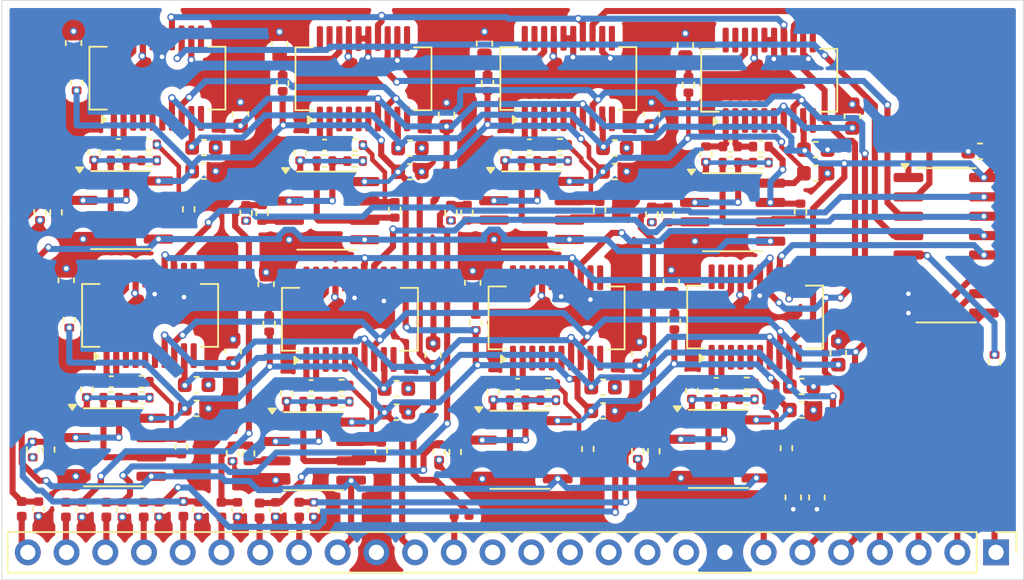
<source format=kicad_pcb>
(kicad_pcb (version 20240108) (generator "pcbnew") (generator_version "8.0")
  (layers (0 "F.Cu" signal) (1 "In1.Cu" signal) (2 "In2.Cu" signal) (31 "B.Cu" signal) (34 "B.Paste" user) (35 "F.Paste" user) (36 "B.SilkS" user "B.Silkscreen") (37 "F.SilkS" user "F.Silkscreen") (38 "B.Mask" user) (39 "F.Mask" user) (44 "Edge.Cuts" user))
  (net 0 "")
  (net 1 "+2V048")
  (net 2 "-2V048")
  (net 3 "Net-(U3-CH1-)")
  (net 4 "Net-(U3-CH1+)")
  (net 5 "+2V5")
  (net 6 "GNDD")
  (net 7 "Net-(U3-VREF)")
  (net 8 "+2V93")
  (net 9 "Net-(U5-CH1+)")
  (net 10 "Net-(U5-CH1-)")
  (net 11 "Net-(U5-VREF)")
  (net 12 "Net-(U7-CH1+)")
  (net 13 "Net-(U7-CH1-)")
  (net 14 "Net-(U7-VREF)")
  (net 15 "Net-(U9-CH1-)")
  (net 16 "Net-(U9-CH1+)")
  (net 17 "Net-(U9-VREF)")
  (net 18 "Net-(U11-CH1-)")
  (net 19 "Net-(U11-CH1+)")
  (net 20 "Net-(U11-VREF)")
  (net 21 "Net-(U13-CH1-)")
  (net 22 "Net-(U13-CH1+)")
  (net 23 "Net-(U13-VREF)")
  (net 24 "Net-(U15-CH1+)")
  (net 25 "Net-(U15-CH1-)")
  (net 26 "Net-(U15-VREF)")
  (net 27 "Net-(U17-CH1-)")
  (net 28 "Net-(U17-CH1+)")
  (net 29 "Net-(U17-VREF)")
  (net 30 "Net-(J1-Pin_7)")
  (net 31 "Net-(C44-Pad1)")
  (net 32 "Net-(C45-Pad1)")
  (net 33 "Net-(C46-Pad1)")
  (net 34 "Net-(C47-Pad1)")
  (net 35 "Net-(C48-Pad1)")
  (net 36 "Net-(C49-Pad1)")
  (net 37 "Net-(C50-Pad1)")
  (net 38 "Net-(C51-Pad1)")
  (net 39 "/Ain0")
  (net 40 "/Ain1")
  (net 41 "/Ain2")
  (net 42 "/Ain3")
  (net 43 "/Ain4")
  (net 44 "/Ain5")
  (net 45 "/Ain6")
  (net 46 "/Ain7")
  (net 47 "Net-(J1-Pin_15)")
  (net 48 "GND")
  (net 49 "SCLK")
  (net 54 "/S1")
  (net 55 "/S2")
  (net 56 "CLOCK")
  (net 57 "Net-(J1-Pin_1)")
  (net 59 "/S0")
  (net 61 "/Y")
  (net 62 "Net-(U1A-+)")
  (net 63 "Net-(R3-Pad2)")
  (net 64 "Net-(U1A--)")
  (net 65 "Net-(U1B--)")
  (net 66 "Net-(R6-Pad1)")
  (net 67 "Net-(U4A-+)")
  (net 68 "Net-(R10-Pad2)")
  (net 69 "Net-(U4A--)")
  (net 70 "Net-(U4B--)")
  (net 71 "Net-(R13-Pad1)")
  (net 72 "Net-(U6A-+)")
  (net 73 "Net-(R17-Pad2)")
  (net 74 "Net-(U6A--)")
  (net 75 "Net-(U6B--)")
  (net 76 "Net-(R20-Pad1)")
  (net 77 "Net-(U8A-+)")
  (net 78 "Net-(R24-Pad2)")
  (net 79 "Net-(U8A--)")
  (net 80 "Net-(U8B--)")
  (net 81 "Net-(R27-Pad1)")
  (net 82 "Net-(U10A-+)")
  (net 83 "Net-(R31-Pad2)")
  (net 84 "Net-(U10A--)")
  (net 85 "Net-(U10B--)")
  (net 86 "Net-(R34-Pad1)")
  (net 87 "Net-(U12A-+)")
  (net 88 "Net-(R38-Pad2)")
  (net 89 "Net-(U12A--)")
  (net 90 "Net-(U12B--)")
  (net 91 "Net-(R41-Pad1)")
  (net 92 "Net-(U14A-+)")
  (net 93 "Net-(R45-Pad2)")
  (net 94 "Net-(U14A--)")
  (net 95 "Net-(U14B--)")
  (net 96 "Net-(R48-Pad1)")
  (net 97 "Net-(U16A-+)")
  (net 98 "Net-(R52-Pad2)")
  (net 99 "Net-(U16A--)")
  (net 100 "Net-(U16B--)")
  (net 101 "Net-(R55-Pad1)")
  (net 102 "/DOUT4")
  (net 103 "/DOUT5")
  (net 104 "/DOUT1")
  (net 105 "/DOUT2")
  (net 106 "/DOUT3")
  (net 107 "/DOUT0")
  (net 108 "/DOUT7")
  (net 110 "/DOUT6")
  (footprint "Resistor_SMD:R_0402_1005Metric" (layer "F.Cu") (at 59.3275 77.1225 90)
    (property "Reference" "R50" (hide yes))
    (property "Value" "1k" (hide yes))
  )
  (footprint "Resistor_SMD:R_0402_1005Metric" (layer "F.Cu") (at 64.077501 81.1725)
    (property "Reference" "R49" (hide yes))
    (property "Value" "1k" (hide yes))
  )
  (footprint "Resistor_SMD:R_0402_1005Metric" (layer "F.Cu") (at 37.900001 65.45)
    (property "Reference" "R7" (hide yes))
    (property "Value" "1k" (hide yes))
  )
  (footprint "Capacitor_SMD:C_0603_1608Metric" (layer "F.Cu") (at 81.625 65.79)
    (property "Reference" "C19" (hide yes))
    (property "Value" "10u" (hide yes))
  )
  (footprint "Capacitor_SMD:C_0402_1005Metric" (layer "F.Cu") (at 41.15 89.4 -90)
    (property "Reference" "C48" (hide yes))
    (property "Value" "100n" (hide yes))
  )
  (footprint "Capacitor_SMD:C_0603_1608Metric" (layer "F.Cu") (at 80.7025 82.8675)
    (property "Reference" "C37" (hide yes))
    (property "Value" "10u" (hide yes))
  )
  (footprint "Capacitor_SMD:C_0603_1608Metric" (layer "F.Cu") (at 55.012622 67.24)
    (property "Reference" "C7" (hide yes))
    (property "Value" "10u" (hide yes))
  )
  (footprint "Inductor_SMD:L_0402_1005Metric" (layer "F.Cu") (at 37.55 89.4 -90)
    (property "Reference" "FB4" (hide yes))
    (property "Value" "FerriteBead" (hide yes))
  )
  (footprint "Inductor_SMD:L_0402_1005Metric" (layer "F.Cu") (at 42.65 89.4 -90)
    (property "Reference" "FB6" (hide yes))
    (property "Value" "FerriteBead" (hide yes))
  )
  (footprint "Capacitor_SMD:C_0603_1608Metric" (layer "F.Cu") (at 46.462622 58.840001 -90)
    (property "Reference" "C9" (hide yes))
    (property "Value" "10u" (hide yes))
  )
  (footprint "Resistor_SMD:R_0402_1005Metric" (layer "F.Cu") (at 31.800001 69.9 90)
    (property "Reference" "R2" (hide yes))
    (property "Value" "3300" (hide yes))
  )
  (footprint "Resistor_SMD:R_0402_1005Metric" (layer "F.Cu") (at 61.250001 65.975 -90)
    (property "Reference" "R17" (hide yes))
    (property "Value" "1k" (hide yes))
  )
  (footprint "Capacitor_SMD:C_0603_1608Metric" (layer "F.Cu") (at 55.012622 65.69)
    (property "Reference" "C11" (hide yes))
    (property "Value" "10u" (hide yes))
  )
  (footprint "Connector_PinHeader_2.54mm:PinHeader_1x26_P2.54mm_Vertical" (layer "F.Cu") (at 93.45 92.2 -90)
    (property "Reference" "J1" (hide yes))
    (property "Value" "Conn_01x26_Pin" (hide yes))
  )
  (footprint "Resistor_SMD:R_0402_1005Metric" (layer "F.Cu") (at 46.662622 61.44 90)
    (property "Reference" "R15" (hide yes))
    (property "Value" "1k" (hide yes))
  )
  (footprint "Resistor_SMD:R_0402_1005Metric" (layer "F.Cu") (at 47.812623 65.99 -90)
    (property "Reference" "R10" (hide yes))
    (property "Value" "1k" (hide yes))
  )
  (footprint "Capacitor_SMD:C_0603_1608Metric" (layer "F.Cu") (at 43.9 63.449999 90)
    (property "Reference" "C5" (hide yes))
    (property "Value" "10u" (hide yes))
  )
  (footprint "Capacitor_SMD:C_0603_1608Metric" (layer "F.Cu") (at 32.47 74.360001 -90)
    (property "Reference" "C26" (hide yes))
    (property "Value" "10u" (hide yes))
  )
  (footprint "Inductor_SMD:L_0402_1005Metric" (layer "F.Cu") (at 47.75 89.4 -90)
    (property "Reference" "FB8" (hide yes))
    (property "Value" "FerriteBead" (hide yes))
  )
  (footprint "Package_SO:SOIC-8_3.9x4.9mm_P1.27mm" (layer "F.Cu") (at 76.175001 69.89)
    (property "Reference" "U8" (hide yes))
    (property "Value" "OPA2188AIDR" (hide yes))
  )
  (footprint "Resistor_SMD:R_0402_1005Metric" (layer "F.Cu") (at 50.5275 81.2625)
    (property "Reference" "R42" (hide yes))
    (property "Value" "1k" (hide yes))
  )
  (footprint "Resistor_SMD:R_0402_1005Metric" (layer "F.Cu") (at 32.67 76.96 90)
    (property "Reference" "R36" (hide yes))
    (property "Value" "1k" (hide yes))
  )
  (footprint "Capacitor_SMD:C_0603_1608Metric" (layer "F.Cu") (at 41.5 67.2)
    (property "Reference" "C1" (hide yes))
    (property "Value" "10u" (hide yes))
  )
  (footprint "Resistor_SMD:R_0402_1005Metric" (layer "F.Cu") (at 30.750001 69.9 -90)
    (property "Reference" "R58" (hide yes))
    (property "Value" "1500" (hide yes))
  )
  (footprint "Resistor_SMD:R_0402_1005Metric" (layer "F.Cu") (at 70.875001 70.04 -90)
    (property "Reference" "R61" (hide yes))
    (property "Value" "1500" (hide yes))
  )
  (footprint "Package_SO:QSOP-20_3.9x8.7mm_P0.635mm" (layer "F.Cu") (at 78.575 61.24 90)
    (property "Reference" "U9" (hide yes))
    (property "Value" "ADS1254E" (hide yes))
  )
  (footprint "Capacitor_SMD:C_0402_1005Metric" (layer "F.Cu") (at 33.5 89.4 -90)
    (property "Reference" "C45" (hide yes))
    (property "Value" "100n" (hide yes))
  )
  (footprint "Resistor_SMD:R_0402_1005Metric" (layer "F.Cu") (at 75.102501 82.1675 180)
    (property "Reference" "R54" (hide yes))
    (property "Value" "3010" (hide yes))
  )
  (footprint "Capacitor_SMD:C_0603_1608Metric" (layer "F.Cu") (at 41.5 65.65)
    (property "Reference" "C6" (hide yes))
    (property "Value" "10u" (hide yes))
  )
  (footprint "Capacitor_SMD:C_0603_1608Metric" (layer "F.Cu") (at 43.42 79.009999 90)
    (property "Reference" "C23" (hide yes))
    (property "Value" "10u" (hide yes))
  )
  (footprint "Package_SO:SOIC-8_3.9x4.9mm_P1.27mm" (layer "F.Cu") (at 49.562623 69.79)
    (property "Reference" "U4" (hide yes))
    (property "Value" "OPA2188AIDR" (hide yes))
  )
  (footprint "Inductor_SMD:L_0402_1005Metric" (layer "F.Cu") (at 32.45 89.4 -90)
    (property "Reference" "FB2" (hide yes))
    (property "Value" "FerriteBead" (hide yes))
  )
  (footprint "Package_SO:QSOP-20_3.9x8.7mm_P0.635mm" (layer "F.Cu") (at 37.97 76.66 90)
    (property "Reference" "U11" (hide yes))
    (property "Value" "ADS1254E" (hide yes))
  )
  (footprint "Resistor_SMD:R_0402_1005Metric" (layer "F.Cu") (at 56.927501 85.6225 -90)
    (property "Reference" "R64" (hide yes))
    (property "Value" "1500" (hide yes))
  )
  (footprint "Resistor_SMD:R_0402_1005Metric" (layer "F.Cu") (at 60.1 61.425 90)
    (property "Reference" "R22" (hide yes))
    (property "Value" "1k" (hide yes))
  )
  (footprint "Capacitor_SMD:C_0402_1005Metric" (layer "F.Cu") (at 48.5275 81.2625 180)
    (property "Reference" "C30" (hide yes))
    (property "Value" "20n" (hide yes))
  )
  (footprint "Resistor_SMD:R_0402_1005Metric" (layer "F.Cu") (at 40.5 69.7 -90)
    (property "Reference" "R6" (hide yes))
    (property "Value" "23700" (hide yes))
  )
  (footprint "Resistor_SMD:R_0402_1005Metric" (layer "F.Cu") (at 30.270001 85.46 -90)
    (property "Reference" "R62" (hide yes))
    (property "Value" "1500" (hide yes))
  )
  (footprint "Capacitor_SMD:C_0603_1608Metric" (layer "F.Cu") (at 70.0775 79.172499 90)
    (property "Reference" "C33" (hide yes))
    (property "Value" "10u" (hide yes))
  )
  (footprint "Capacitor_SMD:C_0603_1608Metric" (layer "F.Cu") (at 54.1275 83.0125)
    (property "Reference" "C27" (hide yes))
    (property "Value" "10u" (hide yes))
  )
  (footprint "Capacitor_SMD:C_0603_1608Metric" (layer "F.Cu") (at 41.02 81.21)
    (property "Reference" "C24" (hide yes))
    (property "Value" "10u" (hide yes))
  )
  (footprint "Resistor_SMD:R_0402_1005Metric" (layer "F.Cu") (at 78.025001 66.64 180)
    (property "Reference" "R25" (hide yes))
    (property "Value" "20500" (hide yes))
  )
  (footprint "Resistor_SMD:R_0402_1005Metric" (layer "F.Cu") (at 73.502501 81.6175 -90)
    (property "Reference" "R52" (hide yes))
    (property "Value" "1k" (hide yes))
  )
  (footprint "Resistor_SMD:R_0402_1005Metric" (layer "F.Cu") (at 44.262623 69.94 -90)
    (property "Reference" "R59" (hide yes))
    (property "Value" "1500" (hide yes))
  )
  (footprint "Package_SO:QSOP-20_3.9x8.7mm_P0.635mm" (layer "F.Cu") (at 64.6275 76.8225 90)
    (property "Reference" "U15" (hide yes))
    (property "Value" "ADS1254E" (hide yes))
  )
  (footprint "Resistor_SMD:R_0402_1005Metric" (layer "F.Cu") (at 78.025001 65.59)
    (property "Reference" "R28" (hide yes))
    (property "Value" "1k" (hide yes))
  )
  (footprint "Capacitor_SMD:C_0402_1005Metric" (layer "F.Cu") (at 76.025001 65.59 180)
    (property "Reference" "C20" (hide yes))
    (property "Value" "20n" (hide yes))
  )
  (footprint "Package_SO:QSOP-20_3.9x8.7mm_P0.635mm" (layer "F.Cu") (at 65.4 61.125 90)
    (property "Reference" "U7" (hide yes))
    (property "Value" "ADS1254E" (hide yes))
  )
  (footprint "Resistor_SMD:R_0402_1005Metric" (layer "F.Cu") (at 35.420001 82.06 180)
    (property "Reference" "R33" (hide yes))
    (property "Value" "3010" (hide yes))
  )
  (footprint "Package_SO:SOIC-8_3.9x4.9mm_P1.27mm" (layer "F.Cu") (at 63.000001 69.775)
    (property "Reference" "U6" (hide yes))
    (property "Value" "OPA2188AIDR" (hide yes))
  )
  (footprint "Inductor_SMD:L_0402_1005Metric" (layer "F.Cu") (at 35.1 89.4 -90)
    (property "Reference" "FB3" (hide yes))
    (property "Value" "FerriteBead" (hide yes))
  )
  (footprint "Resistor_SMD:R_0402_1005Metric" (layer "F.Cu") (at 50.5275 82.3125 180)
    (property "Reference" "R39" (hide yes))
    (property "Value" "20500" (hide yes))
  )
  (footprint "Capacitor_SMD:C_0603_1608Metric" (layer "F.Cu") (at 67.6775 81.3725)
    (property "Reference" "C34" (hide yes))
    (property "Value" "10u" (hide yes))
  )
  (footprint "Resistor_SMD:R_0402_1005Metric" (layer "F.Cu") (at 37.900001 66.5 180)
    (property "Reference" "R4" (hide yes))
    (property "Value" "20500" (hide yes))
  )
  (footprint "Capacitor_SMD:C_0402_1005Metric" (layer "F.Cu") (at 48.7 89.4 -90)
    (property "Reference" "C51" (hide yes))
    (property "Value" "100n" (hide yes))
  )
  (footprint "Inductor_SMD:L_0402_1005Metric" (layer "F.Cu") (at 81.2 86.55 180)
    (property "Reference" "FB10" (hide yes))
    (property "Value" "FerriteBead" (hide yes))
  )
  (footprint "Capacitor_SMD:C_0402_1005Metric" (layer "F.Cu") (at 62.850001 65.475 180)
    (property "Reference" "C15" (hide yes))
    (property "Value" "20n" (hide yes))
  )
  (footprint "Resistor_SMD:R_0402_1005Metric" (layer "F.Cu") (at 37.420001 81.01)
    (property "Reference" "R35" (hide yes))
    (property "Value" "1k" (hide yes))
  )
  (footprint "Resistor_SMD:R_0402_1005Metric" (layer "F.Cu") (at 46.9275 81.7625 -90)
    (property "Reference" "R38" (hide yes))
    (property "Value" "1k" (hide yes))
  )
  (footprint "Resistor_SMD:R_0402_1005Metric" (layer "F.Cu") (at 71.002501 85.5675 90)
    (property "Reference" "R51" (hide yes))
    (property "Value" "3300" (hide yes))
  )
  (footprint "Package_SO:SOIC-8_3.9x4.9mm_P1.27mm" (layer "F.Cu") (at 62.227501 85.4725)
    (property "Reference" "U14" (hide yes))
    (property "Value" "OPA2188AIDR" (hide yes))
  )
  (footprint "Capacitor_SMD:C_0402_1005Metric" (layer "F.Cu") (at 43.7 89.4 -90)
    (property "Reference" "C49" (hide yes))
    (property "Value" "100n" (hide yes))
  )
  (footprint "Resistor_SMD:R_0402_1005Metric" (layer "F.Cu") (at 43.3775 85.7125 -90)
    (property "Reference" "R63" (hide yes))
    (property "Value" "1500" (hide yes))
  )
  (footprint "Capacitor_SMD:C_0603_1608Metric" (layer "F.Cu") (at 81.7 88.6 -90)
    (property "Reference" "C42" (hide yes))
    (property "Value" "2.2u" (hide yes))
  )
  (footprint "Resistor_SMD:R_0402_1005Metric" (layer "F.Cu") (at 77.102501 82.1675 180)
    (property "Reference" "R53" (hide yes))
    (property "Value" "20500" (hide yes))
  )
  (footprint "Capacitor_SMD:C_0603_1608Metric" (layer "F.Cu") (at 80.15 88.6 -90)
    (property "Reference" "C43" (hide yes))
    (property "Value" "1u" (hide yes))
  )
  (footprint "Package_SO:SOIC-8_3.9x4.9mm_P1.27mm" (layer "F.Cu") (at 35.570001 85.31)
    (property "Reference" "U10" (hide yes))
    (property "Value" "OPA2188AIDR" (hide yes))
  )
  (footprint "Resistor_SMD:R_0402_1005Metric" (layer "F.Cu") (at 62.850001 66.525 180)
    (property "Reference" "R19" (hide yes))
    (property "Value" "3010" (hide yes))
  )
  (footprint "Resistor_SMD:R_0402_1005Metric" (layer "F.Cu") (at 57.700001 69.925 -90)
    (property "Reference" "R60" (hide yes))
    (property "Value" "1500" (hide yes))
  )
  (footprint "Capacitor_SMD:C_0402_1005Metric" (layer "F.Cu") (at 38.55 89.4 -90)
    (property "Reference" "C47" (hide yes))
    (property "Value" "100n" (hide yes))
  )
  (footprint "Resistor_SMD:R_0402_1005Metric" (layer "F.Cu") (at 80.625 69.84 -90)
    (property "Reference" "R27" (hide yes))
    (property "Value" "23700" (hide yes))
  )
  (footprint "Capacitor_SMD:C_0603_1608Metric" (layer "F.Cu") (at 72.1525 74.467501 -90)
    (property "Reference" "C41" (hide yes))
    (property "Value" "10u" (hide yes))
  )
  (footprint "Resistor_SMD:R_0402_1005Metric" (layer "F.Cu") (at 37.420001 82.06 180)
    (property "Reference" "R32" (hide yes))
    (property "Value" "20500" (hide yes))
  )
  (footprint "Inductor_SMD:L_0402_1005Metric" (layer "F.Cu") (at 40.15 89.35 -90)
    (property "Reference" "FB5" (hide yes))
    (property "Value" "FerriteBead" (hide yes))
  )
  (footprint "Resistor_SMD:R_0402_1005Metric" (layer "F.Cu") (at 51.412623 65.49)
    (property "Reference" "R14" (hide yes))
    (property "Value" "1k" (hide yes))
  )
  (footprint "Capacitor_SMD:C_0603_1608Metric" (layer "F.Cu") (at 67.6775 82.9225)
    (property "Reference" "C32" (hide yes))
    (property "Value" "10u" (hide yes))
  )
  (footprint "Resistor_SMD:R_0402_1005Metric" (layer "F.Cu") (at 45.312623 69.94 90)
    (property "Reference" "R9" (hide yes))
    (property "Value" "3300" (hide yes))
  )
  (footprint "Resistor_SMD:R_0402_1005Metric" (layer "F.Cu") (at 72.3525 77.0675 90)
    (property "Reference" "R57" (hide yes))
    (property "Value" "1k" (hide yes))
  )
  (footprint "Resistor_SMD:R_0402_1005Metric" (layer "F.Cu") (at 67.45 69.725 -90)
    (property "Reference" "R20" (hide yes))
    (property "Value" "23700" (hide yes))
  )
  (footprint "Resistor_SMD:R_0402_1005Metric" (layer "F.Cu") (at 57.977501 85.6225 90)
    (property "Reference" "R44" (hide yes))
    (property "Value" "3300" (hide yes))
  )
  (footprint "Capacitor_SMD:C_0402_1005Metric" (layer "F.Cu") (at 35.900001 65.45 180)
    (property "Reference" "C2" (hide yes))
    (property "Value" "20n" (hide yes))
  )
  (footprint "Resistor_SMD:R_0402_1005Metric" (layer "F.Cu") (at 62.077501 82.2225 180)
    (property "Reference" "R47" (hide yes))
    (property "Value" "3010" (hide yes))
  )
  (footprint "Capacitor_SMD:C_0603_1608Metric" (layer "F.Cu") (at 81.625 67.34)
    (property "Reference" "C17" (hide yes))
    (property "Value" "10u" (hide yes))
  )
  (footprint "Resistor_SMD:R_0402_1005Metric" (layer "F.Cu") (at 58.750001 69.925 90)
    (property "Reference" "R16" (hide yes))
    (property "Value" "3300" (hide yes))
  )
  (footprint "Resistor_SMD:R_0402_1005Metric" (layer "F.Cu") (at 76.025001 66.64 180)
    (property "Reference" "R26" (hide yes))
    (property "Value" "3010" (hide yes))
  )
  (footprint "Resistor_SMD:R_0402_1005Metric" (layer "F.Cu") (at 71.925001 70.04 90)
    (property "Reference" "R23" (hide yes))
    (property "Value" "3300" (hide yes))
  )
  (footprint "Capacitor_SMD:C_0603_1608Metric" (layer "F.Cu") (at 45.5775 74.6125 -90)
    (property "Reference" "C31" (hide yes))
    (property "Value" "10u" (hide yes))
  )
  (footprint "Capacitor_SMD:C_0603_1608Metric" (layer "F.Cu") (at 59.9 58.825001 -90)
    (property "Reference" "C16" (hide yes))
    (property "Value" "10u" (hide yes))
  )
  (footprint "Inductor_SMD:L_0402_1005Metric" (layer "F.Cu") (at 45.15 89.45 -90)
    (property "Reference" "FB7" (hide yes))
    (property "Value" "FerriteBead" (hide yes))
  )
  (footprint "Capacitor_SMD:C_0402_1005Metric" (layer "F.Cu") (at 46.2 89.4 -90)
    (property "Reference" "C50" (hide yes))
    (property "Value" "100n" (hide yes))
  )
  (footprint "Capacitor_SMD:C_0603_1608Metric" (layer "F.Cu") (at 80.7025 81.3175)
    (property "Reference" "C39" (hide yes))
    (property "Value" "10u" (hide yes))
  )
  (footprint "Capacitor_SMD:C_0603_1608Metric" (layer "F.Cu") (at 59.1275 74.522501 -90)
    (property "Reference" "C36" (hide yes))
    (property "Value" "10u" (hide yes))
  )
  (footprint "Resistor_SMD:R_0402_1005Metric" (layer "F.Cu") (at 48.5275 82.3125 180)
    (property "Reference" "R40" (hide yes))
    (property "Value" "3010" (hide yes))
  )
  (footprint "Resistor_SMD:R_0402_1005Metric" (layer "F.Cu") (at 64.850001 66.525 180)
    (property "Reference" "R18" (hide yes))
    (property "Value" "20500" (hide yes))
  )
  (footprint "Resistor_SMD:R_0402_1005Metric" (layer "F.Cu") (at 40.02 85.26 -90)
    (property "Reference" "R34" (hide yes))
    (property "Value" "23700" (hide yes))
  )
  (footprint "Package_SO:SOIC-8_3.9x4.9mm_P1.27mm" (layer "F.Cu") (at 36.050001 69.75)
    (property "Reference" "U1" (hide yes))
    (property "Value" "OPA2188AIDR" (hide yes))
  )
  (footprint "Resistor_SMD:R_0402_1005Metric" (layer "F.Cu") (at 45.7775 77.2125 90)
    (property "Reference" "R43" (hide yes))
    (property "Value" "1k" (hide yes))
  )
  (footprint "Package_SO:QSOP-20_3.9x8.7mm_P0.635mm" (layer "F.Cu") (at 51.0775 76.9125 90)
    (property "Reference" "U13" (hide yes))
    (property "Value" "ADS1254E" (hide yes))
  )
  (footprint "Capacitor_SMD:C_0603_1608Metric" (layer "F.Cu") (at 92.4 65.9 180)
    (property "Reference" "C3" (hide yes))
    (property "Value" "1u" (hide yes))
  )
  (footprint "Package_SO:SOIC-8_3.9x4.9mm_P1.27mm" (layer "F.Cu") (at 48.6775 85.5625)
    (property "Reference" "U12" (hide yes))
    (property "Value" "OPA2188AIDR" (hide yes))
  )
  (footprint "Resistor_SMD:R_0402_1005Metric" (layer "F.Cu") (at 33.820001 81.51 -90)
    (property "Reference" "R31" (hide yes))
    (property "Value" "1k" (hide yes))
  )
  (footprint "Package_SO:SOIC-16_3.9x9.9mm_P1.27mm" (layer "F.Cu") (at 90.1775 72.0625)
    (property "Reference" "U2" (hide yes))
    (property "Value" "74HC151D" (hide yes))
  )
  (footprint "Capacitor_SMD:C_0603_1608Metric" (layer "F.Cu") (at 41.02 82.76)
    (property "Reference" "C22" (hide yes))
    (property "Value" "10u" (hide yes))
  )
  (footprint "Resistor_SMD:R_0402_1005Metric" (layer "F.Cu") (at 34.300001 65.95 -90)
    (property "Reference" "R3" (hide yes))
    (property "Value" "1k" (hide yes))
  )
  (footprint "Package_SO:SOIC-8_3.9x4.9mm_P1.27mm" (layer "F.Cu") (at 75.252501 85.4175)
    (property "Reference" "U16" (hide yes))
    (property "Value" "OPA2188AIDR" (hide yes))
  )
  (footprint "Inductor_SMD:L_0402_1005Metric" (layer "F.Cu") (at 29.55 89.35 -90)
    (property "Reference" "FB1" (hide yes))
    (property "Value" "FerriteBead" (hide yes))
  )
  (footprint "Resistor_SMD:R_0402_1005Metric" (layer "F.Cu") (at 74.425001 66.09 -90)
    (property "Reference" "R24" (hide yes))
    (property "Value" "1k" (hide yes))
  )
  (footprint "Resistor_SMD:R_0402_1005Metric" (layer "F.Cu") (at 77.102501 81.1175)
    (property "Reference" "R56" (hide yes))
    (property "Value" "1k" (hide yes))
  )
  (footprint "Resistor_SMD:R_0402_1005Metric" (layer "F.Cu") (at 44.4275 85.7125 90)
    (property "Reference" "R37" (hide yes))
    (property "Value" "3300" (hide yes))
  )
  (footprint "Resistor_SMD:R_0402_1005Metric" (layer "F.Cu") (at 60.477501 81.6725 -90)
    (property "Reference" "R45" (hide yes))
    (property "Value" "1k" (hide yes))
  )
  (footprint "Capacitor_SMD:C_0402_1005Metric" (layer "F.Cu") (at 35.420001 81.01 180)
    (property "Reference" "C25" (hide yes))
    (property "Value" "20n" (hide yes))
  )
  (footprint "Capacitor_SMD:C_0402_1005Metric" (layer "F.Cu") (at 75.102501 81.1175 180)
    (property "Reference" "C40" (hide yes))
    (property "Value" "20n" (hide yes))
  )
  (footprint "Resistor_SMD:R_0402_1005Metric" (layer "F.Cu") (at 73.275 61.54 90)
    (property "Reference" "R29" (hide yes))
    (property "Value" "1k" (hide yes))
  )
  (footprint "Inductor_SMD:L_0402_1005Metric" (layer "F.Cu") (at 58.4 89.75 180)
    (property "Reference" "FB9" (hide yes))
    (property "Value" "FerriteBead" (hide yes))
  )
  (footprint "Capacitor_SMD:C_0402_1005Metric" (layer "F.Cu") (at 49.412623 65.49 180)
    (property "Reference" "C8" (hide yes))
    (property "Value" "20n" (hide yes))
  )
  (footprint "Resistor_SMD:R_0402_1005Metric" (layer "F.Cu") (at 31.320001 85.46 90)
    (property "Reference" "R30" (hide yes))
    (property "Value" "3300" (hide yes))
  )
  (footprint "Capacitor_SMD:C_0603_1608Metric" (layer "F.Cu") (at 73.075 58.940001 -90)
    (property "Reference" "C21" (hide yes))
    (property "Value" "10u" (hide yes))
  )
  (footprint "Package_SO:QSOP-20_3.9x8.7mm_P0.635mm" (layer "F.Cu") (at 77.6525 76.7675 90)
    (property "Reference" "U17" (hide yes))
    (property "Value" "ADS1254E" (hide yes))
  )
  (footprint "Resistor_SMD:R_0402_1005Metric" (layer "F.Cu") (at 79.7025 85.3675 -90)
    (property "Reference" "R55" (hide yes))
    (property "Value" "23700" (hide yes))
  )
  (footprint "Capacitor_SMD:C_0603_1608Metric" (layer "F.Cu") (at 56.5275 79.2625 90)
    (property "Reference" "C28" (hide yes))
    (property "Value" "10u" (hide yes))
  )
  (footprint "Capacitor_SMD:C_0603_1608Metric" (layer "F.Cu") (at 68.45 65.675)
    (property "Reference" "C14" (hide yes))
    (property "Value" "10u" (hide yes))
  )
  (footprint "Capacitor_SMD:C_0603_1608Metric" (layer "F.Cu") (at 83.1025 79.117499 90)
    (property "Reference" "C38" (hide yes))
    (property "Value" "10u" (hide yes))
  )
  (footprint "Resistor_SMD:R_0402_1005Metric" (layer "F.Cu") (at 49.412623 66.54 180)
    (property "Reference" "R12" (hide yes))
    (property "Value" "3010" (hide yes))
  )
  (footprint "Resistor_SMD:R_0402_1005Metric" (layer "F.Cu") (at 53.1275 85.5125 -90)
    (property "Reference" "R41" (hide yes))
    (property "Value" "23700" (hide yes))
  )
  (footprint "Resistor_SMD:R_0402_1005Metric" (layer "F.Cu") (at 93.35 79.75 -90)
    (property "Reference" "R1" (hide yes))
    (property "Value" "24.9" (hide yes))
  )
  (footprint "Capacitor_SMD:C_0603_1608Metric" (layer "F.Cu") (at 70.85 63.474999 90)
    (property "Reference" "C13" (hide yes))
    (property "Value" "10u" (hide yes))
  )
  (footprint "Resistor_SMD:R_0402_1005Metric" (layer "F.Cu") (at 64.850001 65.475)
    (property "Reference" "R21" (hide yes))
    (property "Value" "1k" (hide yes))
  )
  (footprint "Capacitor_SMD:C_0402_1005Metric" (layer "F.Cu") (at 36.15 89.4 -90)
    (property "Reference" "C46" (hide yes))
    (property "Value" "100n" (hide yes))
  )
  (footprint "Resistor_SMD:R_0402_1005Metric" (layer "F.Cu") (at 66.6775 85.4225 -90)
    (property "Reference" "R48" (hide yes))
    (property "Value" "23700" (hide yes))
  )
  (footprint "Resistor_SMD:R_0402_1005Metric" (layer "F.Cu") (at 33.15 61.4 90)
    (property "Reference" "R8" (hide yes))
    (property "Value" "1k" (hide yes))
  )
  (footprint "Capacitor_SMD:C_0402_1005Metric" (layer "F.Cu") (at 30.65 89.35 -90)
    (property "Reference" "C44" (hide yes))
    (property "Value" "100n" (hide yes))
  )
  (footprint "Capacitor_SMD:C_0603_1608Metric" (layer "F.Cu") (at 68.45 67.225)
    (property "Reference" "C12" (hide yes))
    (property "Value" "10u" (hide yes))
  )
  (footprint "Resistor_SMD:R_0402_1005Metric" (layer "F.Cu") (at 69.952501 85.5675 -90)
    (property "Reference" "R65" (hide yes))
    (property "Value" "1500" (hide yes))
  )
  (footprint "Capacitor_SMD:C_0603_1608Metric" (layer "F.Cu") (at 84.025 63.589999 90)
    (property "Reference" "C18" (hide yes))
    (property "Value" "10u" (hide yes))
  )
  (footprint "Resistor_SMD:R_0402_1005Metric" (layer "F.Cu") (at 54.012622 69.74 -90)
    (property "Reference" "R13" (hide yes))
    (property "Value" "23700" (hide yes))
  )
  (footprint "Capacitor_SMD:C_0603_1608Metric" (layer "F.Cu") (at 57.412622 63.489999 90)
    (property "Reference" "C10" (hide yes))
    (property "Value" "10u" (hide yes))
  )
  (footprint "Capacitor_SMD:C_0603_1608Metric" (layer "F.Cu") (at 32.95 58.800001 -90)
    (property "Reference" "C4" (hide yes))
    (property "Value" "10u" (hide yes))
  )
  (footprint "Capacitor_SMD:C_0603_1608Metric" (layer "F.Cu") (at 54.1275 81.4625)
    (property "Reference" "C29" (hide yes))
    (property "Value" "10u" (hide yes))
  )
  (footprint "Package_SO:QSOP-20_3.9x8.7mm_P0.635mm" (layer "F.Cu") (at 38.45 61.1 90)
    (property "Reference" "U3" (hide yes))
    (property "Value" "ADS1254E" (hide yes))
  )
  (footprint "Capacitor_SMD:C_0402_1005Metric" (layer "F.Cu") (at 62.077501 81.1725 180)
    (property "Reference" "C35" (hide yes))
    (property "Value" "20n" (hide yes))
  )
  (footprint "Resistor_SMD:R_0402_1005Metric" (layer "F.Cu") (at 35.900001 66.5 180)
    (property "Reference" "R5" (hide yes))
    (property "Value" "3010" (hide yes))
  )
  (footprint "Package_SO:QSOP-20_3.9x8.7mm_P0.635mm" (layer "F.Cu") (at 51.962622 61.14 90)
    (property "Reference" "U5" (hide yes))
    (property "Value" "ADS1254E" (hide yes))
  )
  (footprint "Resistor_SMD:R_0402_1005Metric" (layer "F.Cu") (at 64.077501 82.2225 180)
    (property "Reference" "R46" (hide yes))
    (property "Value" "20500" (hide yes))
  )
  (footprint "Resistor_SMD:R_0402_1005Metric" (layer "F.Cu") (at 51.412623 66.54 180)
    (property "Reference" "R11" (hide yes))
    (property "Value" "20500" (hide yes))
  )
  (gr_rect (start 28.25 56) (end 95.25 94) (stroke (width 0.05)) (fill none) (layer "Edge.Cuts"))
  (segment (start 79.375 65.275) (end 79.375 65.609408) (width 0.3) (layer "F.Cu") (net 1))
  (segment (start 65.475 80.825) (end 65.875 80.825) (width 0.4) (layer "F.Cu") (net 1))
  (segment (start 60.1 61.935) (end 60.1 64.15) (width 0.4) (layer "F.Cu") (net 1))
  (segment (start 53.125 66.127378) (end 54.237622 67.24) (width 0.4) (layer "F.Cu") (net 1))
  (segment (start 46.662622 64.152622) (end 46.7 64.19) (width 0.4) (layer "F.Cu") (net 1))
  (segment (start 59.3275 79.8) (end 59.45 79.9225) (width 0.4) (layer "F.Cu") (net 1))
  (segment (start 54.8 77.5) (end 54.75 77.45) (width 0.4) (layer "F.Cu") (net 1))
  (segment (start 54.8 77.45) (end 54.8 77.5) (width 0.4) (layer "F.Cu") (net 1))
  (segment (start 80.8375 67.3525) (end 80.85 67.34) (width 0.4) (layer "F.Cu") (net 1))
  (segment (start 54.732622 67.735) (end 54.732622 77.432622) (width 0.4) (layer "F.Cu") (net 1))
  (segment (start 46.662622 61.95) (end 46.662622 64.152622) (width 0.4) (layer "F.Cu") (net 1))
  (segment (start 79.05 81.15) (end 78.675 80.775) (width 0.4) (layer "F.Cu") (net 1))
  (segment (start 73.275 64.825) (end 73.35 64.9) (width 0.3) (layer "F.Cu") (net 1))
  (segment (start 40.2325 82.7725) (end 40.245 82.76) (width 0.4) (layer "F.Cu") (net 1))
  (segment (start 54.732622 77.432622) (end 54.75 77.45) (width 0.4) (layer "F.Cu") (net 1))
  (segment (start 72.3525 79.8175) (end 72.335 79.835) (width 0.4) (layer "F.Cu") (net 1))
  (segment (start 55.35 92.2) (end 54.5 91.35) (width 0.4) (layer "F.Cu") (net 1))
  (segment (start 54.5 84.185) (end 53.34 83.025) (width 0.4) (layer "F.Cu") (net 1))
  (segment (start 54.5 91.35) (end 54.5 84.185) (width 0.4) (layer "F.Cu") (net 1))
  (segment (start 80.205 67.985) (end 80.8375 67.3525) (width 0.4) (layer "F.Cu") (net 1))
  (segment (start 54.225122 67.2525) (end 54.237622 67.24) (width 0.4) (layer "F.Cu") (net 1))
  (segment (start 73.275 62.05) (end 73.275 64.825) (width 0.3) (layer "F.Cu") (net 1))
  (segment (start 53.34 83.025) (end 53.3525 83.0125) (width 0.4) (layer "F.Cu") (net 1))
  (segment (start 79.915 82.88) (end 79.05 82.015) (width 0.4) (layer "F.Cu") (net 1))
  (segment (start 79.375 65.609408) (end 80.85 67.084408) (width 0.3) (layer "F.Cu") (net 1))
  (segment (start 66.75 65.6) (end 66.75 66.3) (width 0.3) (layer "F.Cu") (net 1))
  (segment (start 72.3525 77.5775) (end 72.3525 79.8175) (width 0.4) (layer "F.Cu") (net 1))
  (segment (start 79.915 82.88) (end 79.9275 82.8675) (width 0.4) (layer "F.Cu") (net 1))
  (segment (start 45.82 80.02) (end 45.82 77.765) (width 0.4) (layer "F.Cu") (net 1))
  (segment (start 78.65 67.985) (end 80.205 67.985) (width 0.4) (layer "F.Cu") (net 1))
  (segment (start 66.225 65.075) (end 66.75 65.6) (width 0.3) (layer "F.Cu") (net 1))
  (segment (start 45.82 77.765) (end 45.7775 77.7225) (width 0.4) (layer "F.Cu") (net 1))
  (segment (start 53.125 65.175) (end 53.125 66.127378) (width 0.4) (layer "F.Cu") (net 1))
  (segment (start 59.3275 77.6325) (end 59.3275 79.8) (width 0.4) (layer "F.Cu") (net 1))
  (segment (start 66.75 66.3) (end 67.675 67.225) (width 0.3) (layer "F.Cu") (net 1))
  (segment (start 65.875 80.825) (end 66 80.95) (width 0.4) (layer "F.Cu") (net 1))
  (segment (start 51.1525 83.6575) (end 51.2 83.6575) (width 0.4) (layer "F.Cu") (net 1))
  (segment (start 54.237622 67.24) (end 54.732622 67.735) (width 0.4) (layer "F.Cu") (net 1))
  (segment (start 66 82.045) (end 66.89 82.935) (width 0.4) (layer "F.Cu") (net 1))
  (segment (start 66.89 82.935) (end 66.9025 82.9225) (width 0.4) (layer "F.Cu") (net 1))
  (segment (start 54.75 77.45) (end 54.8 77.45) (width 0.4) (layer "F.Cu") (net 1))
  (segment (start 66 80.95) (end 66 82.045) (width 0.4) (layer "F.Cu") (net 1))
  (segment (start 79.05 82.015) (end 79.05 81.15) (width 0.4) (layer "F.Cu") (net 1))
  (segment (start 67.6625 67.2375) (end 67.675 67.225) (width 0.4) (layer "F.Cu") (net 1))
  (segment (start 40.7125 67.2125) (end 40.725 67.2) (width 0.4) (layer "F.Cu") (net 1))
  (via (at 33.15 61.91) (size 0.5) (drill 0.3) (layers "F.Cu" "B.Cu") (net 1))
  (via (at 46.7 64.19) (size 0.5) (drill 0.3) (layers "F.Cu" "B.Cu") (net 1))
  (via (at 79.375 65.275) (size 0.5) (drill 0.3) (layers "F.Cu" "B.Cu") (net 1))
  (via (at 32.67 77.47) (size 0.5) (drill 0.3) (layers "F.Cu" "B.Cu") (net 1))
  (via (at 67.6625 67.2375) (size 0.5) (drill 0.3) (layers "F.Cu" "B.Cu") (net 1))
  (via (at 45.82 80.02) (size 0.5) (drill 0.3) (layers "F.Cu" "B.Cu") (net 1))
  (via (at 77.727501 83.5125) (size 0.5) (drill 0.3) (layers "F.Cu" "B.Cu") (net 1))
  (via (at 40.2325 82.7725) (size 0.5) (drill 0.3) (layers "F.Cu" "B.Cu") (net 1))
  (via (at 38.525001 67.845) (size 0.5) (drill 0.3) (layers "F.Cu" "B.Cu") (net 1))
  (via (at 54.8 77.45) (size 0.5) (drill 0.3) (layers "F.Cu" "B.Cu") (net 1))
  (via (at 40.7125 67.2125) (size 0.5) (drill 0.3) (layers "F.Cu" "B.Cu") (net 1))
  (via (at 64.702501 83.5675) (size 0.5) (drill 0.3) (layers "F.Cu" "B.Cu") (net 1))
  (via (at 73.22 65.07) (size 0.5) (drill 0.3) (layers "F.Cu" "B.Cu") (net 1))
  (via (at 78.675 80.775) (size 0.5) (drill 0.3) (layers "F.Cu" "B.Cu") (net 1))
  (via (at 38.045001 83.405) (size 0.5) (drill 0.3) (layers "F.Cu" "B.Cu") (net 1))
  (via (at 54.225122 67.2525) (size 0.5) (drill 0.3) (layers "F.Cu" "B.Cu") (net 1))
  (via (at 66.225 65.075) (size 0.5) (drill 0.3) (layers "F.Cu" "B.Cu") (net 1))
  (via (at 59.3275 77.6325) (size 0.5) (drill 0.3) (layers "F.Cu" "B.Cu") (net 1))
  (via (at 79.915 82.88) (size 0.5) (drill 0.3) (layers "F.Cu" "B.Cu") (net 1))
  (via (at 53.125 65.175) (size 0.5) (drill 0.3) (layers "F.Cu" "B.Cu") (net 1))
  (via (at 53.34 83.025) (size 0.5) (drill 0.3) (layers "F.Cu" "B.Cu") (net 1))
  (via (at 59.45 79.9225) (size 0.5) (drill 0.3) (layers "F.Cu" "B.Cu") (net 1))
  (via (at 65.475001 67.87) (size 0.5) (drill 0.3) (layers "F.Cu" "B.Cu") (net 1))
  (via (at 72.335 79.835) (size 0.5) (drill 0.3) (layers "F.Cu" "B.Cu") (net 1))
  (via (at 66.89 82.935) (size 0.5) (drill 0.3) (layers "F.Cu" "B.Cu") (net 1))
  (via (at 65.475 80.825) (size 0.5) (drill 0.3) (layers "F.Cu" "B.Cu") (net 1))
  (via (at 60.1 64.15) (size 0.5) (drill 0.3) (layers "F.Cu" "B.Cu") (net 1))
  (via (at 52.037623 67.885) (size 0.5) (drill 0.3) (layers "F.Cu" "B.Cu") (net 1))
  (via (at 51.2 83.6575) (size 0.5) (drill 0.3) (layers "F.Cu" "B.Cu") (net 1))
  (segment (start 51.013972 80.0125) (end 45.8275 80.0125) (width 0.4) (layer "B.Cu") (net 1))
  (segment (start 59.45 79.9225) (end 59.3775 79.9225) (width 0.4) (layer "B.Cu") (net 1))
  (segment (start 77.7675 79.8675) (end 72.4025 79.8675) (width 0.4) (layer "B.Cu") (net 1))
  (segment (start 52.14 64.19) (end 46.7 64.19) (width 0.4) (layer "B.Cu") (net 1))
  (segment (start 39.6 83.405) (end 40.2325 82.7725) (width 0.3) (layer "B.Cu") (net 1))
  (segment (start 72.4025 79.8675) (end 72.3525 79.8175) (width 0.4) (layer "B.Cu") (net 1))
  (segment (start 53.125 65.175) (end 52.14 64.19) (width 0.4) (layer "B.Cu") (net 1))
  (segment (start 41.245761 66.3) (end 44.552622 66.3) (width 0.4) (layer "B.Cu") (net 1))
  (segment (start 38.525001 67.845) (end 40.08 67.845) (width 0.4) (layer "B.Cu") (net 1))
  (segment (start 60.1 64.175) (end 60.1 64.15) (width 0.4) (layer "B.Cu") (net 1))
  (segment (start 37.599239 79.76) (end 32.72 79.76) (width 0.4) (layer "B.Cu") (net 1))
  (segment (start 40.7125 66.833261) (end 38.079239 64.2) (width 0.4) (layer "B.Cu") (net 1))
  (segment (start 53.34 83.025) (end 54.0025 82.3625) (width 0.4) (layer "B.Cu") (net 1))
  (segment (start 54.225122 67.2525) (end 55.137622 66.34) (width 0.4) (layer "B.Cu") (net 1))
  (segment (start 65.375 64.225) (end 60.15 64.225) (width 0.4) (layer "B.Cu") (net 1))
  (segment (start 66.225 65.075) (end 65.375 64.225) (width 0.4) (layer "B.Cu") (net 1))
  (segment (start 57.91 66.34) (end 60.1 64.15) (width 0.4) (layer "B.Cu") (net 1))
  (segment (start 32.67 79.71) (end 32.67 77.47) (width 0.4) (layer "B.Cu") (net 1))
  (segment (start 73.22 65.07) (end 73.35 64.94) (width 0.4) (layer "B.Cu") (net 1))
  (segment (start 40.895 82.11) (end 43.73 82.11) (width 0.4) (layer "B.Cu") (net 1))
  (segment (start 69.8975 82.2725) (end 72.335 79.835) (width 0.4) (layer "B.Cu") (net 1))
  (segment (start 40.7125 66.833261) (end 41.245761 66.3) (width 0.4) (layer "B.Cu") (net 1))
  (segment (start 38.045001 83.405) (end 39.6 83.405) (width 0.3) (layer "B.Cu") (net 1))
  (segment (start 46.7 64.19) (end 46.662622 64.19) (width 0.4) (layer "B.Cu") (net 1))
  (segment (start 79.375 65.275) (end 79.04 64.94) (width 0.4) (layer "B.Cu") (net 1))
  (segment (start 40.08 67.845) (end 40.7125 67.2125) (width 0.4) (layer "B.Cu") (net 1))
  (segment (start 67.5525 82.2725) (end 69.8975 82.2725) (width 0.4) (layer "B.Cu") (net 1))
  (segment (start 65.475 80.825) (end 64.5725 79.9225) (width 0.4) (layer "B.Cu") (net 1))
  (segment (start 56.9375 82.3625) (end 59.3775 79.9225) (width 0.4) (layer "B.Cu") (net 1))
  (segment (start 32.72 79.76) (end 32.67 79.71) (width 0.4) (layer "B.Cu") (net 1))
  (segment (start 54.9825 77.6325) (end 59.3275 77.6325) (width 0.4) (layer "B.Cu") (net 1))
  (segment (start 40.7125 67.2125) (end 40.7125 66.833261) (width 0.4) (layer "B.Cu") (net 1))
  (segment (start 52.65 82.335) (end 52.65 81.648528) (width 0.4) (layer "B.Cu") (net 1))
  (segment (start 40.2325 82.7725) (end 40.895 82.11) (width 0.4) (layer "B.Cu") (net 1))
  (segment (start 52.65 81.648528) (end 51.013972 80.0125) (width 0.4) (layer "B.Cu") (net 1))
  (segment (start 66.89 82.935) (end 67.5525 82.2725) (width 0.4) (layer "B.Cu") (net 1))
  (segment (start 65.475001 67.87) (end 67.03 67.87) (width 0.3) (layer "B.Cu") (net 1))
  (segment (start 45.8275 80.0125) (end 45.82 80.02) (width 0.4) (layer "B.Cu") (net 1))
  (segment (start 51.2 83.6575) (end 52.7075 83.6575) (width 0.3) (layer "B.Cu") (net 1))
  (segment (start 33.2 64.2) (end 33.15 64.15) (width 0.4) (layer "B.Cu") (net 1))
  (segment (start 52.7075 83.6575) (end 53.34 83.025) (width 0.3) (layer "B.Cu") (net 1))
  (segment (start 40.2325 82.393261) (end 37.599239 79.76) (width 0.4) (layer "B.Cu") (net 1))
  (segment (start 33.15 64.15) (end 33.15 61.91) (width 0.4) (layer "B.Cu") (net 1))
  (segment (start 64.702501 83.5675) (end 66.2575 83.5675) (width 0.3) (layer "B.Cu") (net 1))
  (segment (start 66.2575 83.5675) (end 66.89 82.935) (width 0.3) (layer "B.Cu") (net 1))
  (segment (start 54.0025 82.3625) (end 56.9375 82.3625) (width 0.4) (layer "B.Cu") (net 1))
  (segment (start 67.03 67.87) (end 67.6625 67.2375) (width 0.3) (layer "B.Cu") (net 1))
  (segment (start 59.3775 79.9225) (end 59.3275 79.8725) (width 0.4) (layer "B.Cu") (net 1))
  (segment (start 52.037623 67.885) (end 53.592622 67.885) (width 0.3) (layer "B.Cu") (net 1))
  (segment (start 54.8 77.45) (end 54.9825 77.6325) (width 0.4) (layer "B.Cu") (net 1))
  (segment (start 79.04 64.94) (end 73.35 64.94) (width 0.4) (layer "B.Cu") (net 1))
  (segment (start 60.15 64.225) (end 60.1 64.175) (width 0.4) (layer "B.Cu") (net 1))
  (segment (start 53.34 83.025) (end 52.65 82.335) (width 0.4) (layer "B.Cu") (net 1))
  (segment (start 67.6625 67.2375) (end 68.575 66.325) (width 0.4) (layer "B.Cu") (net 1))
  (segment (start 44.552622 66.3) (end 46.662622 64.19) (width 0.4) (layer "B.Cu") (net 1))
  (segment (start 38.079239 64.2) (end 33.2 64.2) (width 0.4) (layer "B.Cu") (net 1))
  (segment (start 77.727501 83.5125) (end 79.2825 83.5125) (width 0.3) (layer "B.Cu") (net 1))
  (segment (start 68.575 66.325) (end 71.965 66.325) (width 0.4) (layer "B.Cu") (net 1))
  (segment (start 55.137622 66.34) (end 57.91 66.34) (width 0.4) (layer "B.Cu") (net 1))
  (segment (start 72.335 79.835) (end 72.3525 79.8175) (width 0.4) (layer "B.Cu") (net 1))
  (segment (start 78.675 80.775) (end 77.7675 79.8675) (width 0.4) (layer "B.Cu") (net 1))
  (segment (start 43.73 82.11) (end 45.82 80.02) (width 0.4) (layer "B.Cu") (net 1))
  (segment (start 64.5725 79.9225) (end 59.45 79.9225) (width 0.4) (layer "B.Cu") (net 1))
  (segment (start 71.965 66.325) (end 73.22 65.07) (width 0.4) (layer "B.Cu") (net 1))
  (segment (start 79.2825 83.5125) (end 79.915 82.88) (width 0.3) (layer "B.Cu") (net 1))
  (segment (start 53.592622 67.885) (end 54.225122 67.2525) (width 0.3) (layer "B.Cu") (net 1))
  (segment (start 40.2325 82.7725) (end 40.2325 82.393261) (width 0.4) (layer "B.Cu") (net 1))
  (segment (start 63.675 75.325) (end 63.6275 75.3725) (width 0.4) (layer "F.Cu") (net 2))
  (segment (start 63.675 74.185) (end 63.675 75.325) (width 0.4) (layer "F.Cu") (net 2))
  (segment (start 77.6225 58.6025) (end 77.6225 59.7425) (width 0.4) (layer "F.Cu") (net 2))
  (segment (start 37.4975 59.6025) (end 37.45 59.65) (width 0.4) (layer "F.Cu") (net 2))
  (segment (start 64.4475 59.6275) (end 64.4 59.675) (width 0.4) (layer "F.Cu") (net 2))
  (segment (start 76.7 75.27) (end 76.6525 75.3175) (width 0.4) (layer "F.Cu") (net 2))
  (segment (start 51.010122 59.6425) (end 50.962622 59.69) (width 0.4) (layer "F.Cu") (net 2))
  (segment (start 37.4975 58.4625) (end 37.4975 59.6025) (width 0.4) (layer "F.Cu") (net 2))
  (segment (start 64.4475 58.4875) (end 64.4475 59.6275) (width 0.4) (layer "F.Cu") (net 2))
  (segment (start 51.010122 58.5025) (end 51.010122 59.6425) (width 0.4) (layer "F.Cu") (net 2))
  (segment (start 76.7 74.13) (end 76.7 75.27) (width 0.4) (layer "F.Cu") (net 2))
  (segment (start 50.125 74.275) (end 50.125 75.415) (width 0.4) (layer "F.Cu") (net 2))
  (segment (start 50.125 75.415) (end 50.0775 75.4625) (width 0.4) (layer "F.Cu") (net 2))
  (segment (start 37.0175 74.0225) (end 37.0175 75.1625) (width 0.4) (layer "F.Cu") (net 2))
  (segment (start 37.0175 75.1625) (end 36.97 75.21) (width 0.4) (layer "F.Cu") (net 2))
  (segment (start 77.6225 59.7425) (end 77.575 59.79) (width 0.4) (layer "F.Cu") (net 2))
  (via (at 43.42 78.235) (size 0.5) (drill 0.3) (layers "F.Cu" "B.Cu") (net 2))
  (via (at 46.462622 58.065) (size 0.5) (drill 0.3) (layers "F.Cu" "B.Cu") (net 2))
  (via (at 41.15 89.88) (size 0.5) (drill 0.3) (layers "F.Cu" "B.Cu") (net 2))
  (via (at 69.9525 86.0775) (size 0.5) (drill 0.3) (layers "F.Cu" "B.Cu") (net 2))
  (via (at 76.6525 75.3175) (size 0.5) (drill 0.3) (layers "F.Cu" "B.Cu") (net 2))
  (via (at 30.27 85.97) (size 0.5) (drill 0.3) (layers "F.Cu" "B.Cu") (net 2))
  (via (at 43.3775 86.2225) (size 0.5) (drill 0.3) (layers "F.Cu" "B.Cu") (net 2))
  (via (at 59.1275 73.7475) (size 0.5) (drill 0.3) (layers "F.Cu" "B.Cu") (net 2))
  (via (at 70.875 70.55) (size 0.5) (drill 0.3) (layers "F.Cu" "B.Cu") (net 2))
  (via (at 38.55 89.88) (size 0.5) (drill 0.3) (layers "F.Cu" "B.Cu") (net 2))
  (via (at 83.1025 78.3425) (size 0.5) (drill 0.3) (layers "F.Cu" "B.Cu") (net 2))
  (via (at 33.095 87.215) (size 0.5) (drill 0.3) (layers "F.Cu" "B.Cu") (net 2))
  (via (at 56.5275 78.4875) (size 0.5) (drill 0.3) (layers "F.Cu" "B.Cu") (net 2))
  (via (at 73.075 58.165) (size 0.5) (drill 0.3) (layers "F.Cu" "B.Cu") (net 2))
  (via (at 44.262622 70.45) (size 0.5) (drill 0.3) (layers "F.Cu" "B.Cu") (net 2))
  (via (at 70.85 62.7) (size 0.5) (drill 0.3) (layers "F.Cu" "B.Cu") (net 2))
  (via (at 45.5775 73.8375) (size 0.5) (drill 0.3) (layers "F.Cu" "B.Cu") (net 2))
  (via (at 73.7 71.795) (size 0.5) (drill 0.3) (layers "F.Cu" "B.Cu") (net 2))
  (via (at 70.0775 78.3975) (size 0.5) (drill 0.3) (layers "F.Cu" "B.Cu") (net 2))
  (via (at 84.025 62.815) (size 0.5) (drill 0.3) (layers "F.Cu" "B.Cu") (net 2))
  (via (at 82.4 67.34) (size 0.5) (drill 0.3) (layers "F.Cu" "B.Cu") (net 2))
  (via (at 64.4 59.675) (size 0.5) (drill 0.3) (layers "F.Cu" "B.Cu") (net 2))
  (via (at 48.7 89.88) (size 0.5) (drill 0.3) (layers "F.Cu" "B.Cu") (net 2))
  (via (at 59.9 58.05) (size 0.5) (drill 0.3) (layers "F.Cu" "B.Cu") (net 2))
  (via (at 72.7775 87.3225) (size 0.5) (drill 0.3) (layers "F.Cu" "B.Cu") (net 2))
  (via (at 33.575 71.655) (size 0.5) (drill 0.3) (layers "F.Cu" "B.Cu") (net 2))
  (via (at 50.962622 59.69) (size 0.5) (drill 0.3) (layers "F.Cu" "B.Cu") (net 2))
  (via (at 30.65 89.83) (size 0.5) (drill 0.3) (layers "F.Cu" "B.Cu") (net 2))
  (via (at 57.7 70.435) (size 0.5) (drill 0.3) (layers "F.Cu" "B.Cu") (net 2))
  (via (at 56.9275 86.1325) (size 0.5) (drill 0.3) (layers "F.Cu" "B.Cu") (net 2))
  (via (at 69.225 67.225) (size 0.5) (drill 0.3) (layers "F.Cu" "B.Cu") (net 2))
  (via (at 46.2025 87.4675) (size 0.5) (drill 0.3) (layers "F.Cu" "B.Cu") (net 2))
  (via (at 72.1525 73.6925) (size 0.5) (drill 0.3) (layers "F.Cu" "B.Cu") (net 2))
  (via (at 77.575 59.79) (size 0.5) (drill 0.3) (layers "F.Cu" "B.Cu") (net 2))
  (via (at 50.0775 75.4625) (size 0.5) (drill 0.3) (layers "F.Cu" "B.Cu") (net 2))
  (via (at 59.7525 87.3775) (size 0.5) (drill 0.3) (layers "F.Cu" "B.Cu") (net 2))
  (via (at 81.4775 82.8675) (size 0.5) (drill 0.3) (layers "F.Cu" "B.Cu") (net 2))
  (via (at 30.75 70.41) (size 0.5) (drill 0.3) (layers "F.Cu" "B.Cu") (net 2))
  (via (at 55.787622 67.24) (size 0.5) (drill 0.3) (layers "F.Cu" "B.Cu") (net 2))
  (via (at 60.525 71.68) (size 0.5) (drill 0.3) (layers "F.Cu" "B.Cu") (net 2))
  (via (at 43.9 62.675) (size 0.5) (drill 0.3) (layers "F.Cu" "B.Cu") (net 2))
  (via (at 41.795 82.76) (size 0.5) (drill 0.3) (layers "F.Cu" "B.Cu") (net 2))
  (via (at 43.7 89.88) (size 0.5) (drill 0.3) (layers "F.Cu" "B.Cu") (net 2))
  (via (at 46.2 89.88) (size 0.5) (drill 0.3) (layers "F.Cu" "B.Cu") (net 2))
  (via (at 33.5 89.88) (size 0.5) (drill 0.3) (layers "F.Cu" "B.Cu") (net 2))
  (via (at 42.275 67.2) (size 0.5) (drill 0.3) (layers "F.Cu" "B.Cu") (net 2))
  (via (at 57.412622 62.715) (size 0.5) (drill 0.3) (layers "F.Cu" "B.Cu") (net 2))
  (via (at 36.97 75.21) (size 0.5) (drill 0.3) (layers "F.Cu" "B.Cu") (net 2))
  (via (at 63.6275 75.3725) (size 0.5) (drill 0.3) (layers "F.Cu" "B.Cu") (net 2))
  (via (at 32.95 58.025) (size 0.5) (drill 0.3) (layers "F.Cu" "B.Cu") (net 2))
  (via (at 68.4525 82.9225) (size 0.5) (drill 0.3) (layers "F.Cu" "B.Cu") (net 2))
  (via (at 36.15 89.88) (size 0.5) (drill 0.3) (layers "F.Cu" "B.Cu") (net 2))
  (via (at 47.087622 71.695) (size 0.5) (drill 0.3) (layers "F.Cu" "B.Cu") (net 2))
  (via (at 37.45 59.65) (size 0.5) (drill 0.3) (layers "F.Cu" "B.Cu") (net 2))
  (via (at 32.47 73.585) (size 0.5) (drill 0.3) (layers "F.Cu" "B.Cu") (net 2))
  (via (at 54.9025 83.0125) (size 0.5) (drill 0.3) (layers "F.Cu" "B.Cu") (net 2))
  (segment (start 36.38 65.45) (end 36.2275 65.2975) (width 0.4) (layer "F.Cu") (net 3))
  (segment (start 37.39 65.45) (end 36.38 65.45) (width 0.4) (layer "F.Cu") (net 3))
  (segment (start 36.2275 65.2975) (end 36.2275 63.7375) (width 0.4) (layer "F.Cu") (net 3))
  (segment (start 36.38 65.332444) (end 36.38 65.45) (width 0.4) (layer "F.Cu") (net 3))
  (segment (start 34.3 65.44) (end 35.41 65.44) (width 0.4) (layer "F.Cu") (net 4))
  (segment (start 35.41 65.44) (end 35.42 65.45) (width 0.4) (layer "F.Cu") (net 4))
  (segment (start 35.6275 64.95) (end 35.5925 64.915) (width 0.4) (layer "F.Cu") (net 4))
  (segment (start 35.5925 64.915) (end 35.5925 63.7375) (width 0.4) (layer "F.Cu") (net 4))
  (segment (start 35.6275 65.2425) (end 35.6275 64.95) (width 0.4) (layer "F.Cu") (net 4))
  (segment (start 35.42 65.45) (end 35.2925 65.3225) (width 0.4) (layer "F.Cu") (net 4))
  (segment (start 35.42 65.45) (end 35.6275 65.2425) (width 0.4) (layer "F.Cu") (net 4))
  (segment (start 40.7075 65.6325) (end 40.7075 63.7725) (width 0.4) (layer "F.Cu") (net 5))
  (segment (start 54.220122 65.6725) (end 54.220122 63.8125) (width 0.4) (layer "F.Cu") (net 5))
  (segment (start 40.2275 79.3325) (end 40.1925 79.2975) (width 0.4) (layer "F.Cu") (net 5))
  (segment (start 81.685 86.55) (end 82.75 85.485) (width 0.4) (layer "F.Cu") (net 5))
  (segment (start 82.75 85.485) (end 82.75 81.95) (width 0.4) (layer "F.Cu") (net 5))
  (segment (start 40.7075 63.7725) (end 40.6725 63.7375) (width 0.4) (layer "F.Cu") (net 5))
  (segment (start 53.335 79.585) (end 53.3 79.55) (width 0.4) (layer "F.Cu") (net 5))
  (segment (start 67.6575 63.7975) (end 67.6225 63.7625) (width 0.4) (layer "F.Cu") (net 5))
  (segment (start 53.3525 81.4625) (end 53.335 81.445) (width 0.4) (layer "F.Cu") (net 5))
  (segment (start 81.685 87.81) (end 81.7 87.825) (width 0.4) (layer "F.Cu") (net 5))
  (segment (start 81.685 86.55) (end 81.685 87.81) (width 0.4) (layer "F.Cu") (net 5))
  (segment (start 80.8325 63.9125) (end 80.7975 63.8775) (width 0.4) (layer "F.Cu") (net 5))
  (segment (start 66.885 81.355) (end 66.885 79.495) (width 0.4) (layer "F.Cu") (net 5))
  (segment (start 93.175 67.095) (end 92.6525 67.6175) (width 0.4) (layer "F.Cu") (net 5))
  (segment (start 67.6575 65.6575) (end 67.6575 63.7975) (width 0.4) (layer "F.Cu") (net 5))
  (segment (start 79.9275 81.3175) (end 79.91 81.3) (width 0.4) (layer "F.Cu") (net 5))
  (segment (start 54.220122 63.8125) (end 54.185122 63.7775) (width 0.4) (layer "F.Cu") (net 5))
  (segment (start 66.885 79.495) (end 66.85 79.46) (width 0.4) (layer "F.Cu") (net 5))
  (segment (start 54.237622 65.69) (end 54.220122 65.6725) (width 0.4) (layer "F.Cu") (net 5))
  (segment (start 79.91 79.44) (end 79.875 79.405) (width 0.4) (layer "F.Cu") (net 5))
  (segment (start 66.9025 81.3725) (end 66.885 81.355) (width 0.4) (layer "F.Cu") (net 5))
  (segment (start 80.8325 65.7725) (end 80.8325 63.9125) (width 0.4) (layer "F.Cu") (net 5))
  (segment (start 53.335 81.445) (end 53.335 79.585) (width 0.4) (layer "F.Cu") (net 5))
  (segment (start 40.725 65.65) (end 40.7075 65.6325) (width 0.4) (layer "F.Cu") (net 5))
  (segment (start 79.91 79.37) (end 79.875 79.405) (width 0.4) (layer "F.Cu") (net 5))
  (segment (start 79.91 81.3) (end 79.91 79.44) (width 0.4) (layer "F.Cu") (net 5))
  (segment (start 79.91 78.482622) (end 79.91 79.37) (width 0.4) (layer "F.Cu") (net 5))
  (segment (start 40.2275 81.1925) (end 40.2275 79.3325) (width 0.4) (layer "F.Cu") (net 5))
  (segment (start 83.5 66.69) (end 83.5 67.605118) (width 0.4) (layer "F.Cu") (net 5))
  (segment (start 93.175 65.9) (end 93.175 67.095) (width 0.4) (layer "F.Cu") (net 5))
  (segment (start 80.85 65.79) (end 80.8325 65.7725) (width 0.4) (layer "F.Cu") (net 5))
  (segment (start 40.245 81.21) (end 40.2275 81.1925) (width 0.4) (layer "F.Cu") (net 5))
  (segment (start 81.45 69.655118) (end 81.45 76.942622) (width 0.4) (layer "F.Cu") (net 5))
  (segment (start 81.45 76.942622) (end 79.91 78.482622) (width 0.4) (layer "F.Cu") (net 5))
  (segment (start 83.5 67.605118) (end 81.45 69.655118) (width 0.4) (layer "F.Cu") (net 5))
  (segment (start 67.675 65.675) (end 67.6575 65.6575) (width 0.4) (layer "F.Cu") (net 5))
  (via (at 66.9 81.35) (size 0.5) (drill 0.3) (layers "F.Cu" "B.Cu") (net 5))
  (via (at 67.7 65.6) (size 0.5) (drill 0.3) (layers "F.Cu" "B.Cu") (net 5))
  (via (at 80.9 65.85) (size 0.5) (drill 0.3) (layers "F.Cu" "B.Cu") (net 5))
  (via (at 92.6525 67.6175) (size 0.5) (drill 0.3) (layers "F.Cu" "B.Cu") (net 5))
  (via (at 82.75 81.95) (size 0.5) (drill 0.3) (layers "F.Cu" "B.Cu") (net 5))
  (via (at 40.25 81.25) (size 0.5) (drill 0.3) (layers "F.Cu" "B.Cu") (net 5))
  (via (at 83.5 66.69) (size 0.5) (drill 0.3) (layers "F.Cu" "B.Cu") (net 5))
  (via (at 53.3 81.45) (size 0.5) (drill 0.3) (layers "F.Cu" "B.Cu") (net 5))
  (via (at 54.237622 65.69) (size 0.5) (drill 0.3) (layers "F.Cu" "B.Cu") (net 5))
  (via (at 40.7 65.6) (size 0.5) (drill 0.3) (layers "F.Cu" "B.Cu") (net 5))
  (via (at 79.91 81.3) (size 0.5) (drill 0.3) (layers "F.Cu" "B.Cu") (net 5))
  (segment (start 53.9375 80.8125) (end 53.3 81.45) (width 0.4) (layer "B.Cu") (net 5))
  (segment (start 41.3 65) (end 40.7 65.6) (width 0.4) (layer "B.Cu") (net 5))
  (segment (start 51.22 79.37) (end 45.550761 79.37) (width 0.4) (layer "B.Cu") (net 5))
  (segment (start 70.221739 80.7225) (end 67.5275 80.7225) (width 0.4) (layer "B.Cu") (net 5))
  (segment (start 91.725 66.69) (end 84.05 66.69) (width 0.4) (layer "B.Cu") (net 5))
  (segment (start 45.470761 79.45) (end 45 79.45) (width 0.4) (layer "B.Cu") (net 5))
  (segment (start 80.025 65.005761) (end 79.309239 64.29) (width 0.4) (layer "B.Cu") (net 5))
  (segment (start 52.562622 63.54) (end 45.504239 63.54) (width 0.4) (layer "B.Cu") (net 5))
  (segment (start 54.86 65.04) (end 54.2 65.7) (width 0.4) (layer "B.Cu") (net 5))
  (segment (start 54.237622 65.215) (end 52.562622 63.54) (width 0.4) (layer "B.Cu") (net 5))
  (segment (start 81.74 66.69) (end 80.9 65.85) (width 0.4) (layer "B.Cu") (net 5))
  (segment (start 40.94 80.56) (end 40.25 81.25) (width 0.4) (layer "B.Cu") (net 5))
  (segment (start 71.76 64.29) (end 71.025 65.025) (width 0.4) (layer "B.Cu") (net 5))
  (segment (start 80.9 65.85) (end 79.719239 65.85) (width 0.4) (layer "B.Cu") (net 5))
  (segment (start 45.504239 63.54) (end 44.044239 65) (width 0.4) (layer "B.Cu") (net 5))
  (segment (start 58.21 65.04) (end 54.86 65.04) (width 0.4) (layer "B.Cu") (net 5))
  (segment (start 79.309239 64.29) (end 71.76 64.29) (width 0.4) (layer "B.Cu") (net 5))
  (segment (start 79.91 81.3) (end 79.91 81.090761) (width 0.4) (layer "B.Cu") (net 5))
  (segment (start 67.7 65.6) (end 65.6 63.5) (width 0.4) (layer "B.Cu") (net 5))
  (segment (start 45 79.45) (end 43.89 80.56) (width 0.4) (layer "B.Cu") (net 5))
  (segment (start 44.044239 65) (end 41.3 65) (width 0.4) (layer "B.Cu") (net 5))
  (segment (start 43.89 80.56) (end 40.94 80.56) (width 0.4) (layer "B.Cu") (net 5))
  (segment (start 71.844239 79.1) (end 70.221739 80.7225) (width 0.4) (layer "B.Cu") (net 5))
  (segment (start 66.9 81.35) (end 66.9 81.330761) (width 0.4) (layer "B.Cu") (net 5))
  (segment (start 65.6 63.5) (end 59.75 63.5) (width 0.4) (layer "B.Cu") (net 5))
  (segment (start 80.025 65.544239) (end 80.025 65.005761) (width 0.4) (layer "B.Cu") (net 5))
  (segment (start 80.5775 81.9675) (end 82.7325 81.9675) (width 0.4) (layer "B.Cu") (net 5))
  (segment (start 79.91 81.3) (end 80.5775 81.9675) (width 0.4) (layer "B.Cu") (net 5))
  (segment (start 53.3 81.45) (end 51.22 79.37) (width 0.4) (layer "B.Cu") (net 5))
  (segment (start 77.919239 79.1) (end 71.844239 79.1) (width 0.4) (layer "B.Cu") (net 5))
  (segment (start 68.275 65.025) (end 67.7 65.6) (width 0.4) (layer "B.Cu") (net 5))
  (segment (start 92.6525 67.6175) (end 91.725 66.69) (width 0.4) (layer "B.Cu") (net 5))
  (segment (start 71.025 65.025) (end 68.275 65.025) (width 0.4) (layer "B.Cu") (net 5))
  (segment (start 54.237622 65.69) (end 54.237622 65.215) (width 0.4) (layer "B.Cu") (net 5))
  (segment (start 66.9 81.330761) (end 64.819239 79.25) (width 0.4) (layer "B.Cu") (net 5))
  (segment (start 82.7325 81.9675) (end 82.75 81.95) (width 0.4) (layer "B.Cu") (net 5))
  (segment (start 67.5275 80.7225) (end 66.9 81.35) (width 0.4) (layer "B.Cu") (net 5))
  (segment (start 56.7375 80.8125) (end 53.9375 80.8125) (width 0.4) (layer "B.Cu") (net 5))
  (segment (start 79.91 81.090761) (end 77.919239 79.1) (width 0.4) (layer "B.Cu") (net 5))
  (segment (start 59.75 63.5) (end 58.21 65.04) (width 0.4) (layer "B.Cu") (net 5))
  (segment (start 83.5 66.69) (end 81.74 66.69) (width 0.4) (layer "B.Cu") (net 5))
  (segment (start 58.3 79.25) (end 56.7375 80.8125) (width 0.4) (layer "B.Cu") (net 5))
  (segment (start 84.05 66.69) (end 83.5 66.69) (width 0.4) (layer "B.Cu") (net 5))
  (segment (start 64.819239 79.25) (end 58.3 79.25) (width 0.4) (layer "B.Cu") (net 5))
  (segment (start 45.550761 79.37) (end 45.470761 79.45) (width 0.4) (layer "B.Cu") (net 5))
  (segment (start 79.719239 65.85) (end 80.025 65.544239) (width 0.4) (layer "B.Cu") (net 5))
  (segment (start 67.7 65.6) (end 67.65 65.65) (width 0.4) (layer "B.Cu") (net 5))
  (segment (start 67.6225 59.374878) (end 68.047622 59.8) (width 0.4) (layer "F.Cu") (net 6))
  (segment (start 54.185122 59.9675) (end 54.162622 59.99) (width 0.4) (layer "F.Cu") (net 6))
  (segment (start 65.7175 58.4875) (end 65.7175 59.7075) (width 0.4) (layer "F.Cu") (net 6))
  (segment (start 40.1925 75.46) (end 40.1925 75.4875) (width 0.4) (layer "F.Cu") (net 6))
  (segment (start 40.1925 75.4875) (end 40.17 75.51) (width 0.4) (layer "F.Cu") (net 6))
  (segment (start 66.85 74.185) (end 66.85 75.6225) (width 0.4) (layer "F.Cu") (net 6))
  (segment (start 78.2575 58.6025) (end 78.8925 58.6025) (width 0.4) (layer "F.Cu") (net 6))
  (segment (start 64.945 75.405) (end 64.9275 75.4225) (width 0.4) (layer "F.Cu") (net 6))
  (segment (start 64.945 74.185) (end 64.945 75.405) (width 0.4) (layer "F.Cu") (net 6))
  (segment (start 51.645122 58.5025) (end 52.280122 58.5025) (width 0.4) (layer "F.Cu") (net 6))
  (segment (start 54.185122 58.5025) (end 54.185122 59.94) (width 0.4) (layer "F.Cu") (net 6))
  (segment (start 78.8925 58.6025) (end 78.8925 59.8225) (width 0.4) (layer "F.Cu") (net 6))
  (segment (start 53.3 74.275) (end 53.3 75.7125) (width 0.4) (layer "F.Cu") (net 6))
  (segment (start 67.6225 58.4875) (end 67.6225 59.374878) (width 0.4) (layer "F.Cu") (net 6))
  (segment (start 38.7675 58.4625) (end 38.7675 59.6825) (width 0.4) (layer "F.Cu") (net 6))
  (segment (start 64.31 74.185) (end 64.945 74.185) (width 0.4) (layer "F.Cu") (net 6))
  (segment (start 38.7675 59.6825) (end 38.75 59.7) (width 0.4) (layer "F.Cu") (net 6))
  (segment (start 68.047622 59.8) (end 68.15 59.8) (width 0.4) (layer "F.Cu") (net 6))
  (segment (start 40.1925 74.0225) (end 40.1925 75.46) (width 0.4) (layer "F.Cu") (net 6))
  (segment (start 65.7175 59.7075) (end 65.7 59.725) (width 0.4) (layer "F.Cu") (net 6))
  (segment (start 80.7975 59.490739) (end 81.138388 59.831627) (width 0.4) (layer "F.Cu") (net 6))
  (segment (start 40.6725 59.9275) (end 40.65 59.95) (width 0.4) (layer "F.Cu") (net 6))
  (segment (start 37.6525 74.0225) (end 38.2875 74.0225) (width 0.4) (layer "F.Cu") (net 6))
  (segment (start 52.280122 59.7225) (end 52.262622 59.74) (width 0.4) (layer "F.Cu") (net 6))
  (segment (start 40.6725 58.4625) (end 40.6725 59.9) (width 0.4) (layer "F.Cu") (net 6))
  (segment (start 78.8925 59.8225) (end 78.875 59.84) (width 0.4) (layer "F.Cu") (net 6))
  (segment (start 80.7975 58.6025) (end 80.7975 59.490739) (width 0.4) (layer "F.Cu") (net 6))
  (segment (start 81.138388 59.831627) (end 81.033373 59.831627) (width 0.4) (layer "F.Cu") (net 6))
  (segment (start 65.0825 58.4875) (end 65.7175 58.4875) (width 0.4) (layer "F.Cu") (net 6))
  (segment (start 77.335 74.13) (end 77.97 74.13) (width 0.4) (layer "F.Cu") (net 6))
  (segment (start 77.97 74.13) (end 77.97 75.35) (width 0.4) (layer "F.Cu") (net 6))
  (segment (start 51.395 75.495) (end 51.3775 75.5125) (width 0.4) (layer "F.Cu") (net 6))
  (segment (start 52.280122 58.5025) (end 52.280122 59.7225) (width 0.4) (layer "F.Cu") (net 6))
  (segment (start 53.3 75.74) (end 53.2775 75.7625) (width 0.4) (layer "F.Cu") (net 6))
  (segment (start 53.3 75.7125) (end 53.3 75.74) (width 0.4) (layer "F.Cu") (net 6))
  (segment (start 66.85 75.65) (end 66.8275 75.6725) (width 0.4) (layer "F.Cu") (net 6))
  (segment (start 38.1325 58.4625) (end 38.7675 58.4625) (width 0.4) (layer "F.Cu") (net 6))
  (segment (start 79.875 74.13) (end 79.875 75.5675) (width 0.4) (layer "F.Cu") (net 6))
  (segment (start 38.2875 75.2425) (end 38.27 75.26) (width 0.4) (layer "F.Cu") (net 6))
  (segment (start 79.875 75.5675) (end 79.875 75.595) (width 0.4) (layer "F.Cu") (net 6))
  (segment (start 66.85 75.6225) (end 66.85 75.65) (width 0.4) (layer "F.Cu") (net 6))
  (segment (start 38.2875 74.0225) (end 38.2875 75.2425) (width 0.4) (layer "F.Cu") (net 6))
  (segment (start 54.185122 59.94) (end 54.185122 59.9675) (width 0.4) (layer "F.Cu") (net 6))
  (segment (start 77.97 75.35) (end 77.9525 75.3675) (width 0.4) (layer "F.Cu") (net 6))
  (segment (start 51.395 74.275) (end 51.395 75.495) (width 0.4) (layer "F.Cu") (net 6))
  (segment (start 50.76 74.275) (end 51.395 74.275) (width 0.4) (layer "F.Cu") (net 6))
  (segment (start 79.875 75.595) (end 79.8525 75.6175) (width 0.4) (layer "F.Cu") (net 6))
  (segment (start 40.6725 59.9) (end 40.6725 59.9275) (width 0.4) (layer "F.Cu") (net 6))
  (via (at 68.15 59.8) (size 0.5) (drill 0.3) (layers "F.Cu" "B.Cu") (net 6))
  (via (at 81.138388 59.831627) (size 0.5) (drill 0.3) (layers "F.Cu" "B.Cu") (net 6))
  (via (at 81.7 89.375) (size 0.5) (drill 0.3) (layers "F.Cu" "B.Cu") (net 6))
  (via (at 87.7025 75.2375) (size 0.5) (drill 0.3) (layers "F.Cu" "B.Cu") (net 6))
  (via (at 66.85 75.6225) (size 0.5) (drill 0.3) (layers "F.Cu" "B.Cu") (net 6))
  (via (at 64.9275 75.4225) (size 0.5) (drill 0.3) (layers "F.Cu" "B.Cu") (net 6))
  (via (at 77.9525 75.3675) (size 0.5) (drill 0.3) (layers "F.Cu" "B.Cu") (net 6))
  (via (at 51.3775 75.5125) (size 0.5) (drill 0.3) (layers "F.Cu" "B.Cu") (net 6))
  (via (at 40.1925 75.46) (size 0.5) (drill 0.3) (layers "F.Cu" "B.Cu") (net 6))
  (via (at 80.15 89.375) (size 0.5) (drill 0.3) (layers "F.Cu" "B.Cu") (net 6))
  (via (at 40.6725 59.9) (size 0.5) (drill 0.3) (layers "F.Cu" "B.Cu") (net 6))
  (via (at 54.9025 81.4625) (size 0.5) (drill 0.3) (layers "F.Cu" "B.Cu") (net 6))
  (via (at 81.4775 81.3175) (size 0.5) (drill 0.3) (layers "F.Cu" "B.Cu") (net 6))
  (via (at 55.787622 65.69) (size 0.5) (drill 0.3) (layers "F.Cu" "B.Cu") (net 6))
  (via (at 42.275 65.65) (size 0.5) (drill 0.3) (layers "F.Cu" "B.Cu") (net 6))
  (via (at 91.625 65.9) (size 0.5) (drill 0.3) (layers "F.Cu" "B.Cu") (net 6))
  (via (at 69.225 65.675) (size 0.5) (drill 0.3) (layers "F.Cu" "B.Cu") (net 6))
  (via (at 78.875 59.84) (size 0.5) (drill 0.3) (layers "F.Cu" "B.Cu") (net 6))
  (via (at 82.4 65.79) (size 0.5) (drill 0.3) (layers "F.Cu" "B.Cu") (net 6))
  (via (at 38.75 59.7) (size 0.5) (drill 0.3) (layers "F.Cu" "B.Cu") (net 6))
  (via (at 79.875 75.5675) (size 0.5) (drill 0.3) (layers "F.Cu" "B.Cu") (net 6))
  (via (at 68.4525 81.3725) (size 0.5) (drill 0.3) (layers "F.Cu" "B.Cu") (net 6))
  (via (at 65.7 59.725) (size 0.5) (drill 0.3) (layers "F.Cu" "B.Cu") (net 6))
  (via (at 87.7025 76.5075) (size 0.5) (drill 0.3) (layers "F.Cu" "B.Cu") (net 6))
  (via (at 41.795 81.21) (size 0.5) (drill 0.3) (layers "F.Cu" "B.Cu") (net 6))
  (via (at 54.185122 59.94) (size 0.5) (drill 0.3) (layers "F.Cu" "B.Cu") (net 6))
  (via (at 38.27 75.26) (size 0.5) (drill 0.3) (layers "F.Cu" "B.Cu") (net 6))
  (via (at 53.3 75.7125) (size 0.5) (drill 0.3) (layers "F.Cu" "B.Cu") (net 6))
  (via (at 52.262622 59.74) (size 0.5) (drill 0.3) (layers "F.Cu" "B.Cu") (net 6))
  (segment (start 36.8625 59.349878) (end 36.412378 59.8) (width 0.4) (layer "F.Cu") (net 7))
  (segment (start 33.15 60.89) (end 33.15 59.775) (width 0.4) (layer "F.Cu") (net 7))
  (segment (start 36.8625 58.4625) (end 36.8625 59.349878) (width 0.4) (layer "F.Cu") (net 7))
  (segment (start 36.412378 59.8) (end 33.175 59.8) (width 0.4) (layer "F.Cu") (net 7))
  (segment (start 33.15 59.775) (end 32.95 59.575) (width 0.4) (layer "F.Cu") (net 7))
  (segment (start 33.175 59.8) (end 32.95 59.575) (width 0.4) (layer "F.Cu") (net 7))
  (segment (start 38.9225 77.9625) (end 38.92 77.96) (width 0.4) (layer "F.Cu") (net 8))
  (segment (start 66.3525 62.810706) (end 66.3525 63.7625) (width 0.4) (layer "F.Cu") (net 8))
  (segment (start 65.58 78.125) (end 65.5775 78.1225) (width 0.4) (layer "F.Cu") (net 8))
  (segment (start 58.885 89.75) (end 58.885 89.62163) (width 0.4) (layer "F.Cu") (net 8))
  (segment (start 65.58 79.46) (end 65.58 78.125) (width 0.4) (layer "F.Cu") (net 8))
  (segment (start 56.5275 82.7725) (end 56.5275 80.0375) (width 0.4) (layer "F.Cu") (net 8))
  (segment (start 55.25 87.069239) (end 55.25 84.05) (width 0.4) (layer "F.Cu") (net 8))
  (segment (start 39.4025 62.4025) (end 39.4 62.4) (width 0.4) (layer "F.Cu") (net 8))
  (segment (start 55.25 84.05) (end 56.5275 82.7725) (width 0.4) (layer "F.Cu") (net 8))
  (segment (start 55.630761 87.45) (end 55.25 87.069239) (width 0.4) (layer "F.Cu") (net 8))
  (segment (start 56.5275 80.0375) (end 55.6525 79.1625) (width 0.4) (layer "F.Cu") (net 8))
  (segment (start 78.605 79.405) (end 78.605 78.07) (width 0.4) (layer "F.Cu") (net 8))
  (segment (start 55.6525 68.74024) (end 57.412622 66.980118) (width 0.4) (layer "F.Cu") (net 8))
  (segment (start 52.03 78.215) (end 52.0275 78.2125) (width 0.4) (layer "F.Cu") (net 8))
  (segment (start 79.5275 62.962841) (end 79.5275 63.8775) (width 0.4) (layer "F.Cu") (net 8))
  (segment (start 66.340625 62.798831) (end 66.3525 62.810706) (width 0.4) (layer "F.Cu") (net 8))
  (segment (start 55.6525 79.1625) (end 55.6525 68.74024) (width 0.4) (layer "F.Cu") (net 8))
  (segment (start 52.03 79.55) (end 52.03 78.215) (width 0.4) (layer "F.Cu") (net 8))
  (segment (start 58.885 89.62163) (end 56.71337 87.45) (width 0.4) (layer "F.Cu") (net 8))
  (segment (start 78.605 78.07) (end 78.6025 78.0675) (width 0.4) (layer "F.Cu") (net 8))
  (segment (start 39.4025 63.7375) (end 39.4025 62.4025) (width 0.4) (layer "F.Cu") (net 8))
  (segment (start 79.513793 62.949134) (end 79.5275 62.962841) (width 0.4) (layer "F.Cu") (net 8))
  (segment (start 56.71337 87.45) (end 55.630761 87.45) (width 0.4) (layer "F.Cu") (net 8))
  (segment (start 38.9225 79.2975) (end 38.9225 77.9625) (width 0.4) (layer "F.Cu") (net 8))
  (segment (start 52.915122 63.7775) (end 52.915122 62.4425) (width 0.4) (layer "F.Cu") (net 8))
  (segment (start 52.915122 62.4425) (end 52.912622 62.44) (width 0.4) (layer "F.Cu") (net 8))
  (segment (start 57.412622 66.980118) (end 57.412622 64.265) (width 0.4) (layer "F.Cu") (net 8))
  (via (at 39.4 62.4) (size 0.5) (drill 0.3) (layers "F.Cu" "B.Cu") (net 8))
  (via (at 57.412622 64.265) (size 0.5) (drill 0.3) (layers "F.Cu" "B.Cu") (net 8))
  (via (at 79.513793 62.949134) (size 0.5) (drill 0.3) (layers "F.Cu" "B.Cu") (net 8))
  (via (at 84.025 64.365) (size 0.5) (drill 0.3) (layers "F.Cu" "B.Cu") (net 8))
  (via (at 83.1025 79.8925) (size 0.5) (drill 0.3) (layers "F.Cu" "B.Cu") (net 8))
  (via (at 52.0275 78.2125) (size 0.5) (drill 0.3) (layers "F.Cu" "B.Cu") (net 8))
  (via (at 65.5775 78.1225) (size 0.5) (drill 0.3) (layers "F.Cu" "B.Cu") (net 8))
  (via (at 43.42 79.785) (size 0.5) (drill 0.3) (layers "F.Cu" "B.Cu") (net 8))
  (via (at 38.92 77.96) (size 0.5) (drill 0.3) (layers "F.Cu" "B.Cu") (net 8))
  (via (at 78.6025 78.0675) (size 0.5) (drill 0.3) (layers "F.Cu" "B.Cu") (net 8))
  (via (at 43.9 64.225) (size 0.5) (drill 0.3) (layers "F.Cu" "B.Cu") (net 8))
  (via (at 52.912622 62.44) (size 0.5) (drill 0.3) (layers "F.Cu" "B.Cu") (net 8))
  (via (at 70.0775 79.9475) (size 0.5) (drill 0.3) (layers "F.Cu" "B.Cu") (net 8))
  (via (at 70.85 64.25) (size 0.5) (drill 0.3) (layers "F.Cu" "B.Cu") (net 8))
  (via (at 66.340625 62.798831) (size 0.5) (drill 0.3) (layers "F.Cu" "B.Cu") (net 8))
  (via (at 56.5275 80.0375) (size 0.5) (drill 0.3) (layers "F.Cu" "B.Cu") (net 8))
  (segment (start 45.685 62.44) (end 43.9 64.225) (width 0.4) (layer "B.Cu") (net 8))
  (segment (start 52.912622 62.44) (end 45.685 62.44) (width 0.4) (layer "B.Cu") (net 8))
  (segment (start 66.340625 62.798831) (end 67.791794 64.25) (width 0.4) (layer "B.Cu") (net 8))
  (segment (start 71.7 63.4) (end 70.85 64.25) (width 0.4) (layer "B.Cu") (net 8))
  (segment (start 59.249697 62.798831) (end 57.783528 64.265) (width 0.4) (layer "B.Cu") (net 8))
  (segment (start 51.5775 78.3725) (end 44.8325 78.3725) (width 0.4) (layer "B.Cu") (net 8))
  (segment (start 54.737622 64.265) (end 57.412622 64.265) (width 0.4) (layer "B.Cu") (net 8))
  (segment (start 52.0275 78.2125) (end 53.8525 80.0375) (width 0.4) (layer "B.Cu") (net 8))
  (segment (start 38.92 77.96) (end 40.745 79.785) (width 0.4) (layer "B.Cu") (net 8))
  (segment (start 41.225 64.225) (end 43.9 64.225) (width 0.4) (layer "B.Cu") (net 8))
  (segment (start 79.513793 62.949134) (end 80.929659 64.365) (width 0.4) (layer "B.Cu") (net 8))
  (segment (start 58.2825 78.2825) (end 56.5275 80.0375) (width 0.4) (layer "B.Cu") (net 8))
  (segment (start 39.4 62.4) (end 41.225 64.225) (width 0.4) (layer "B.Cu") (net 8))
  (segment (start 65.5775 78.1225) (end 67.4025 79.9475) (width 0.4) (layer "B.Cu") (net 8))
  (segment (start 78.6025 78.0675) (end 71.9575 78.0675) (width 0.4) (layer "B.Cu") (net 8))
  (segment (start 67.791794 64.25) (end 70.85 64.25) (width 0.4) (layer "B.Cu") (net 8))
  (segment (start 79.062927 63.4) (end 71.7 63.4) (width 0.4) (layer "B.Cu") (net 8))
  (segment (start 66.340625 62.798831) (end 59.249697 62.798831) (width 0.4) (layer "B.Cu") (net 8))
  (segment (start 80.929659 64.365) (end 84.025 64.365) (width 0.4) (layer "B.Cu") (net 8))
  (segment (start 52.0275 78.2125) (end 51.7375 78.2125) (width 0.4) (layer "B.Cu") (net 8))
  (segment (start 80.4275 79.8925) (end 83.1025 79.8925) (width 0.4) (layer "B.Cu") (net 8))
  (segment (start 51.7375 78.2125) (end 51.5775 78.3725) (width 0.4) (layer "B.Cu") (net 8))
  (segment (start 79.513793 62.949134) (end 79.062927 63.4) (width 0.4) (layer "B.Cu") (net 8))
  (segment (start 71.9575 78.0675) (end 70.0775 79.9475) (width 0.4) (layer "B.Cu") (net 8))
  (segment (start 53.8525 80.0375) (end 56.5275 80.0375) (width 0.4) (layer "B.Cu") (net 8))
  (segment (start 65.5775 78.1225) (end 65.4175 78.2825) (width 0.4) (layer "B.Cu") (net 8))
  (segment (start 65.4175 78.2825) (end 58.2825 78.2825) (width 0.4) (layer "B.Cu") (net 8))
  (segment (start 67.4025 79.9475) (end 70.0775 79.9475) (width 0.4) (layer "B.Cu") (net 8))
  (segment (start 78.6025 78.0675) (end 80.4275 79.8925) (width 0.4) (layer "B.Cu") (net 8))
  (segment (start 57.783528 64.265) (end 57.412622 64.265) (width 0.4) (layer "B.Cu") (net 8))
  (segment (start 52.912622 62.44) (end 54.737622 64.265) (width 0.4) (layer "B.Cu") (net 8))
  (segment (start 44.8325 78.3725) (end 43.42 79.785) (width 0.4) (layer "B.Cu") (net 8))
  (segment (start 40.745 79.785) (end 43.42 79.785) (width 0.4) (layer "B.Cu") (net 8))
  (segment (start 47.812622 65.48) (end 48.922622 65.48) (width 0.4) (layer "F.Cu") (net 9))
  (segment (start 48.932622 65.49) (end 48.805122 65.3625) (width 0.4) (layer "F.Cu") (net 9))
  (segment (start 49.140122 65.2825) (end 49.140122 64.99) (width 0.4) (layer "F.Cu") (net 9))
  (segment (start 48.932622 65.49) (end 49.140122 65.2825) (width 0.4) (layer "F.Cu") (net 9))
  (segment (start 48.922622 65.48) (end 48.932622 65.49) (width 0.4) (layer "F.Cu") (net 9))
  (segment (start 49.105122 64.955) (end 49.105122 63.7775) (width 0.4) (layer "F.Cu") (net 9))
  (segment (start 49.140122 64.99) (end 49.105122 64.955) (width 0.4) (layer "F.Cu") (net 9))
  (segment (start 49.892622 65.49) (end 49.740122 65.3375) (width 0.4) (layer "F.Cu") (net 10))
  (segment (start 49.740122 65.3375) (end 49.740122 63.7775) (width 0.4) (layer "F.Cu") (net 10))
  (segment (start 50.902622 65.49) (end 49.892622 65.49) (width 0.4) (layer "F.Cu") (net 10))
  (segment (start 49.892622 65.372444) (end 49.892622 65.49) (width 0.4) (layer "F.Cu") (net 10))
  (segment (start 50.375122 59.389878) (end 49.925 59.84) (width 0.4) (layer "F.Cu") (net 11))
  (segment (start 50.375122 58.5025) (end 50.375122 59.389878) (width 0.4) (layer "F.Cu") (net 11))
  (segment (start 46.687622 59.84) (end 46.462622 59.615) (width 0.4) (layer "F.Cu") (net 11))
  (segment (start 46.662622 60.93) (end 46.662622 59.815) (width 0.4) (layer "F.Cu") (net 11))
  (segment (start 49.925 59.84) (end 46.687622 59.84) (width 0.4) (layer "F.Cu") (net 11))
  (segment (start 46.662622 59.815) (end 46.462622 59.615) (width 0.4) (layer "F.Cu") (net 11))
  (segment (start 62.37 65.475) (end 62.2425 65.3475) (width 0.4) (layer "F.Cu") (net 12))
  (segment (start 62.36 65.465) (end 62.37 65.475) (width 0.4) (layer "F.Cu") (net 12))
  (segment (start 62.5775 65.2675) (end 62.5775 64.975) (width 0.4) (layer "F.Cu") (net 12))
  (segment (start 61.25 65.465) (end 62.36 65.465) (width 0.4) (layer "F.Cu") (net 12))
  (segment (start 62.5425 64.94) (end 62.5425 63.7625) (width 0.4) (layer "F.Cu") (net 12))
  (segment (start 62.37 65.475) (end 62.5775 65.2675) (width 0.4) (layer "F.Cu") (net 12))
  (segment (start 62.5775 64.975) (end 62.5425 64.94) (width 0.4) (layer "F.Cu") (net 12))
  (segment (start 63.33 65.357444) (end 63.33 65.475) (width 0.4) (layer "F.Cu") (net 13))
  (segment (start 63.1775 65.3225) (end 63.1775 63.7625) (width 0.4) (layer "F.Cu") (net 13))
  (segment (start 63.33 65.475) (end 63.1775 65.3225) (width 0.4) (layer "F.Cu") (net 13))
  (segment (start 64.34 65.475) (end 63.33 65.475) (width 0.4) (layer "F.Cu") (net 13))
  (segment (start 63.362378 59.825) (end 60.125 59.825) (width 0.4) (layer "F.Cu") (net 14))
  (segment (start 63.8125 59.374878) (end 63.362378 59.825) (width 0.4) (layer "F.Cu") (net 14))
  (segment (start 60.125 59.825) (end 59.9 59.6) (width 0.4) (layer "F.Cu") (net 14))
  (segment (start 63.8125 58.4875) (end 63.8125 59.374878) (width 0.4) (layer "F.Cu") (net 14))
  (segment (start 60.1 60.915) (end 60.1 59.8) (width 0.4) (layer "F.Cu") (net 14))
  (segment (start 60.1 59.8) (end 59.9 59.6) (width 0.4) (layer "F.Cu") (net 14))
  (segment (start 76.505 65.472444) (end 76.505 65.59) (width 0.4) (layer "F.Cu") (net 15))
  (segment (start 76.505 65.59) (end 76.3525 65.4375) (width 0.4) (layer "F.Cu") (net 15))
  (segment (start 77.515 65.59) (end 76.505 65.59) (width 0.4) (layer "F.Cu") (net 15))
  (segment (start 76.3525 65.4375) (end 76.3525 63.8775) (width 0.4) (layer "F.Cu") (net 15))
  (segment (start 74.425 65.58) (end 75.535 65.58) (width 0.4) (layer "F.Cu") (net 16))
  (segment (start 75.7525 65.3825) (end 75.7525 65.09) (width 0.4) (layer "F.Cu") (net 16))
  (segment (start 75.545 65.59) (end 75.4175 65.4625) (width 0.4) (layer "F.Cu") (net 16))
  (segment (start 75.7175 65.055) (end 75.7175 63.8775) (width 0.4) (layer "F.Cu") (net 16))
  (segment (start 75.545 65.59) (end 75.7525 65.3825) (width 0.4) (layer "F.Cu") (net 16))
  (segment (start 75.7525 65.09) (end 75.7175 65.055) (width 0.4) (layer "F.Cu") (net 16))
  (segment (start 75.535 65.58) (end 75.545 65.59) (width 0.4) (layer "F.Cu") (net 16))
  (segment (start 73.3 59.94) (end 73.075 59.715) (width 0.4) (layer "F.Cu") (net 17))
  (segment (start 76.537378 59.94) (end 73.3 59.94) (width 0.4) (layer "F.Cu") (net 17))
  (segment (start 73.275 59.915) (end 73.075 59.715) (width 0.4) (layer "F.Cu") (net 17))
  (segment (start 76.9875 58.6025) (end 76.9875 59.489878) (width 0.4) (layer "F.Cu") (net 17))
  (segment (start 73.275 61.03) (end 73.275 59.915) (width 0.4) (layer "F.Cu") (net 17))
  (segment (start 76.9875 59.489878) (end 76.537378 59.94) (width 0.4) (layer "F.Cu") (net 17))
  (segment (start 35.9 80.892444) (end 35.9 81.01) (width 0.4) (layer "F.Cu") (net 18))
  (segment (start 36.91 81.01) (end 35.9 81.01) (width 0.4) (layer "F.Cu") (net 18))
  (segment (start 35.9 81.01) (end 35.7475 80.8575) (width 0.4) (layer "F.Cu") (net 18))
  (segment (start 35.7475 80.8575) (end 35.7475 79.2975) (width 0.4) (layer "F.Cu") (net 18))
  (segment (start 34.94 81.01) (end 34.8125 80.8825) (width 0.4) (layer "F.Cu") (net 19))
  (segment (start 35.1125 80.475) (end 35.1125 79.2975) (width 0.4) (layer "F.Cu") (net 19))
  (segment (start 33.82 81) (end 34.93 81) (width 0.4) (layer "F.Cu") (net 19))
  (segment (start 34.93 81) (end 34.94 81.01) (width 0.4) (layer "F.Cu") (net 19))
  (segment (start 35.1475 80.51) (end 35.1125 80.475) (width 0.4) (layer "F.Cu") (net 19))
  (segment (start 34.94 81.01) (end 35.1475 80.8025) (width 0.4) (layer "F.Cu") (net 19))
  (segment (start 35.1475 80.8025) (end 35.1475 80.51) (width 0.4) (layer "F.Cu") (net 19))
  (segment (start 36.3825 74.0225) (end 36.3825 74.909878) (width 0.4) (layer "F.Cu") (net 20))
  (segment (start 35.932378 75.36) (end 32.695 75.36) (width 0.4) (layer "F.Cu") (net 20))
  (segment (start 36.3825 74.909878) (end 35.932378 75.36) (width 0.4) (layer "F.Cu") (net 20))
  (segment (start 32.67 76.45) (end 32.67 75.335) (width 0.4) (layer "F.Cu") (net 20))
  (segment (start 32.67 75.335) (end 32.47 75.135) (width 0.4) (layer "F.Cu") (net 20))
  (segment (start 32.695 75.36) (end 32.47 75.135) (width 0.4) (layer "F.Cu") (net 20))
  (segment (start 49.0075 81.144944) (end 49.0075 81.2625) (width 0.4) (layer "F.Cu") (net 21))
  (segment (start 48.855 81.11) (end 48.855 79.55) (width 0.4) (layer "F.Cu") (net 21))
  (segment (start 50.0175 81.2625) (end 49.0075 81.2625) (width 0.4) (layer "F.Cu") (net 21))
  (segment (start 49.0075 81.2625) (end 48.855 81.11) (width 0.4) (layer "F.Cu") (net 21))
  (segment (start 48.255 80.7625) (end 48.22 80.7275) (width 0.4) (layer "F.Cu") (net 22))
  (segment (start 46.9275 81.2525) (end 48.0375 81.2525) (width 0.4) (layer "F.Cu") (net 22))
  (segment (start 48.255 81.055) (end 48.255 80.7625) (width 0.4) (layer "F.Cu") (net 22))
  (segment (start 48.22 80.7275) (end 48.22 79.55) (width 0.4) (layer "F.Cu") (net 22))
  (segment (start 48.0375 81.2525) (end 48.0475 81.2625) (width 0.4) (layer "F.Cu") (net 22))
  (segment (start 48.0475 81.2625) (end 48.255 81.055) (width 0.4) (layer "F.Cu") (net 22))
  (segment (start 48.0475 81.2625) (end 47.92 81.135) (width 0.4) (layer "F.Cu") (net 22))
  (segment (start 45.8025 75.6125) (end 45.5775 75.3875) (width 0.4) (layer "F.Cu") (net 23))
  (segment (start 45.7775 76.7025) (end 45.7775 75.5875) (width 0.4) (layer "F.Cu") (net 23))
  (segment (start 49.039878 75.6125) (end 45.8025 75.6125) (width 0.4) (layer "F.Cu") (net 23))
  (segment (start 49.49 74.275) (end 49.49 75.162378) (width 0.4) (layer "F.Cu") (net 23))
  (segment (start 45.7775 75.5875) (end 45.5775 75.3875) (width 0.4) (layer "F.Cu") (net 23))
  (segment (start 49.49 75.162378) (end 49.039878 75.6125) (width 0.4) (layer "F.Cu") (net 23))
  (segment (start 61.5875 81.1625) (end 61.5975 81.1725) (width 0.4) (layer "F.Cu") (net 24))
  (segment (start 61.5975 81.1725) (end 61.805 80.965) (width 0.4) (layer "F.Cu") (net 24))
  (segment (start 61.805 80.965) (end 61.805 80.6725) (width 0.4) (layer "F.Cu") (net 24))
  (segment (start 61.5975 81.1725) (end 61.47 81.045) (width 0.4) (layer "F.Cu") (net 24))
  (segment (start 60.4775 81.1625) (end 61.5875 81.1625) (width 0.4) (layer "F.Cu") (net 24))
  (segment (start 61.77 80.6375) (end 61.77 79.46) (width 0.4) (layer "F.Cu") (net 24))
  (segment (start 61.805 80.6725) (end 61.77 80.6375) (width 0.4) (layer "F.Cu") (net 24))
  (segment (start 63.5675 81.1725) (end 62.5575 81.1725) (width 0.4) (layer "F.Cu") (net 25))
  (segment (start 62.5575 81.1725) (end 62.405 81.02) (width 0.4) (layer "F.Cu") (net 25))
  (segment (start 62.5575 81.054944) (end 62.5575 81.1725) (width 0.4) (layer "F.Cu") (net 25))
  (segment (start 62.405 81.02) (end 62.405 79.46) (width 0.4) (layer "F.Cu") (net 25))
  (segment (start 63.04 75.072378) (end 62.589878 75.5225) (width 0.4) (layer "F.Cu") (net 26))
  (segment (start 62.589878 75.5225) (end 59.3525 75.5225) (width 0.4) (layer "F.Cu") (net 26))
  (segment (start 59.3525 75.5225) (end 59.1275 75.2975) (width 0.4) (layer "F.Cu") (net 26))
  (segment (start 59.3275 76.6125) (end 59.3275 75.4975) (width 0.4) (layer "F.Cu") (net 26))
  (segment (start 63.04 74.185) (end 63.04 75.072378) (width 0.4) (layer "F.Cu") (net 26))
  (segment (start 59.3275 75.4975) (end 59.1275 75.2975) (width 0.4) (layer "F.Cu") (net 26))
  (segment (start 75.5825 80.999944) (end 75.5825 81.1175) (width 0.4) (layer "F.Cu") (net 27))
  (segment (start 75.5825 81.1175) (end 75.43 80.965) (width 0.4) (layer "F.Cu") (net 27))
  (segment (start 75.43 80.965) (end 75.43 79.405) (width 0.4) (layer "F.Cu") (net 27))
  (segment (start 76.5925 81.1175) (end 75.5825 81.1175) (width 0.4) (layer "F.Cu") (net 27))
  (segment (start 74.795 80.5825) (end 74.795 79.405) (width 0.4) (layer "F.Cu") (net 28))
  (segment (start 74.6125 81.1075) (end 74.6225 81.1175) (width 0.4) (layer "F.Cu") (net 28))
  (segment (start 73.5025 81.1075) (end 74.6125 81.1075) (width 0.4) (layer "F.Cu") (net 28))
  (segment (start 74.83 80.91) (end 74.83 80.6175) (width 0.4) (layer "F.Cu") (net 28))
  (segment (start 74.6225 81.1175) (end 74.83 80.91) (width 0.4) (layer "F.Cu") (net 28))
  (segment (start 74.83 80.6175) (end 74.795 80.5825) (width 0.4) (layer "F.Cu") (net 28))
  (segment (start 74.6225 81.1175) (end 74.495 80.99) (width 0.4) (layer "F.Cu") (net 28))
  (segment (start 76.065 75.017378) (end 75.614878 75.4675) (width 0.4) (layer "F.Cu") (net 29))
  (segment (start 76.065 74.13) (end 76.065 75.017378) (width 0.4) (layer "F.Cu") (net 29))
  (segment (start 72.3775 75.4675) (end 72.1525 75.2425) (width 0.4) (layer "F.Cu") (net 29))
  (segment (start 72.3525 75.4425) (end 72.1525 75.2425) (width 0.4) (layer "F.Cu") (net 29))
  (segment (start 72.3525 76.5575) (end 72.3525 75.4425) (width 0.4) (layer "F.Cu") (net 29))
  (segment (start 75.614878 75.4675) (end 72.3775 75.4675) (width 0.4) (layer "F.Cu") (net 29))
  (segment (start 80.15 87.825) (end 80.15 87.115) (width 0.4) (layer "F.Cu") (net 30))
  (segment (start 78.21 89.765) (end 80.15 87.825) (width 0.4) (layer "F.Cu") (net 30))
  (segment (start 78.21 92.2) (end 78.21 89.765) (width 0.4) (layer "F.Cu") (net 30))
  (segment (start 80.15 87.115) (end 80.715 86.55) (width 0.4) (layer "F.Cu") (net 30))
  (segment (start 28.950001 71.129654) (end 30.689655 69.39) (width 0.4) (layer "F.Cu") (net 31))
  (segment (start 29.55 88.865) (end 28.950001 88.265001) (width 0.4) (layer "F.Cu") (net 31))
  (segment (start 28.950001 88.265001) (end 28.950001 71.129654) (width 0.4) (layer "F.Cu") (net 31))
  (segment (start 29.555 88.87) (end 29.55 88.865) (width 0.4) (layer "F.Cu") (net 31))
  (segment (start 30.689655 69.39) (end 30.750001 69.39) (width 0.4) (layer "F.Cu") (net 31))
  (segment (start 30.65 88.87) (end 29.555 88.87) (width 0.4) (layer "F.Cu") (net 31))
  (segment (start 30.75 69.39) (end 31.8 69.39) (width 0.4) (layer "F.Cu") (net 31))
  (segment (start 44.202277 69.43) (end 44.262623 69.43) (width 0.4) (layer "F.Cu") (net 32))
  (segment (start 43.542623 70.810346) (end 43.542623 70.089654) (width 0.4) (layer "F.Cu") (net 32))
  (segment (start 43.542623 70.089654) (end 44.202277 69.43) (width 0.4) (layer "F.Cu") (net 32))
  (segment (start 33.495 88.915) (end 33.5 88.92) (width 0.4) (layer "F.Cu") (net 32))
  (segment (start 44.45 71.717723) (end 43.542623 70.810346) (width 0.4) (layer "F.Cu") (net 32))
  (segment (start 44.45 84.4) (end 44.45 71.717723) (width 0.4) (layer "F.Cu") (net 32))
  (segment (start 44.262622 69.43) (end 45.312622 69.43) (width 0.4) (layer "F.Cu") (net 32))
  (segment (start 34.75 87.67) (end 34.75 87.2) (width 0.4) (layer "F.Cu") (net 32))
  (segment (start 33.5 88.92) (end 34.75 87.67) (width 0.4) (layer "F.Cu") (net 32))
  (segment (start 32.45 88.915) (end 33.495 88.915) (width 0.4) (layer "F.Cu") (net 32))
  (via (at 34.75 87.2) (size 0.5) (drill 0.3) (layers "F.Cu" "B.Cu") (net 32))
  (via (at 44.45 84.4) (size 0.5) (drill 0.3) (layers "F.Cu" "B.Cu") (net 32))
  (segment (start 43.2775 85.5725) (end 44.45 84.4) (width 0.4) (layer "B.Cu") (net 32))
  (segment (start 36.3775 85.5725) (end 43.2775 85.5725) (width 0.4) (layer "B.Cu") (net 32))
  (segment (start 34.75 87.2) (end 36.3775 85.5725) (width 0.4) (layer "B.Cu") (net 32))
  (segment (start 57.7 69.415) (end 58.75 69.415) (width 0.4) (layer "F.Cu") (net 33))
  (segment (start 56.980001 70.795346) (end 56.980001 70.074654) (width 0.4) (layer "F.Cu") (net 33))
  (segment (start 57.45 71.265345) (end 56.980001 70.795346) (width 0.4) (layer "F.Cu") (net 33))
  (segment (start 36.65 87.6) (end 36.2 87.15) (width 0.4) (layer "F.Cu") (net 33))
  (segment (start 35.1 88.915) (end 36.145 88.915) (width 0.4) (layer "F.Cu") (net 33))
  (segment (start 36.145 88.915) (end 36.15 88.92) (width 0.4) (layer "F.Cu") (net 33))
  (segment (start 36.15 88.92) (end 36.65 88.42) (width 0.4) (layer "F.Cu") (net 33))
  (segment (start 56.980001 70.074654) (end 57.639655 69.415) (width 0.4) (layer "F.Cu") (net 33))
  (segment (start 57.45 83.75) (end 57.45 71.265345) (width 0.4) (layer "F.Cu") (net 33))
  (segment (start 57.639655 69.415) (end 57.700001 69.415) (width 0.4) (layer "F.Cu") (net 33))
  (segment (start 36.65 88.42) (end 36.65 87.6) (width 0.4) (layer "F.Cu") (net 33))
  (via (at 36.2 87.15) (size 0.5) (drill 0.3) (layers "F.Cu" "B.Cu") (net 33))
  (via (at 57.45 83.75) (size 0.5) (drill 0.3) (layers "F.Cu" "B.Cu") (net 33))
  (segment (start 43.161877 86.926116) (end 44.976117 86.926116) (width 0.4) (layer "B.Cu") (net 33))
  (segment (start 55.55 85.65) (end 57.45 83.75) (width 0.4) (layer "B.Cu") (net 33))
  (segment (start 36.2 87.15) (end 36.785 86.565) (width 0.4) (layer "B.Cu") (net 33))
  (segment (start 42.800761 86.565) (end 43.161877 86.926116) (width 0.4) (layer "B.Cu") (net 33))
  (segment (start 46.252233 85.65) (end 55.55 85.65) (width 0.4) (layer "B.Cu") (net 33))
  (segment (start 36.785 86.565) (end 42.800761 86.565) (width 0.4) (layer "B.Cu") (net 33))
  (segment (start 44.976117 86.926116) (end 46.252233 85.65) (width 0.4) (layer "B.Cu") (net 33))
  (segment (start 68.475 89.57) (end 68.475 85.454655) (width 0.4) (layer "F.Cu") (net 34))
  (segment (start 37.55 88.915) (end 37.95 88.915) (width 0.4) (layer "F.Cu") (net 34))
  (segment (start 68.475 85.454655) (end 70.9525 82.977155) (width 0.4) (layer "F.Cu") (net 34))
  (segment (start 70.814655 69.53) (end 70.875001 69.53) (width 0.4) (layer "F.Cu") (net 34))
  (segment (start 38.835 88.915) (end 39.8 87.95) (width 0.4) (layer "F.Cu") (net 34))
  (segment (start 70.155001 70.189654) (end 70.814655 69.53) (width 0.4) (layer "F.Cu") (net 34))
  (segment (start 37.95 88.915) (end 38.835 88.915) (width 0.4) (layer "F.Cu") (net 34))
  (segment (start 70.155001 70.910346) (end 70.155001 70.189654) (width 0.4) (layer "F.Cu") (net 34))
  (segment (start 70.875 69.53) (end 71.925 69.53) (width 0.4) (layer "F.Cu") (net 34))
  (segment (start 38.545 88.915) (end 38.55 88.92) (width 0.4) (layer "F.Cu") (net 34))
  (segment (start 37.95 88.915) (end 38.545 88.915) (width 0.4) (layer "F.Cu") (net 34))
  (segment (start 70.9525 71.707845) (end 70.155001 70.910346) (width 0.4) (layer "F.Cu") (net 34))
  (segment (start 70.9525 82.977155) (end 70.9525 71.707845) (width 0.4) (layer "F.Cu") (net 34))
  (via (at 68.475 89.57) (size 0.5) (drill 0.3) (layers "F.Cu" "B.Cu") (net 34))
  (via (at 39.8 87.95) (size 0.5) (drill 0.3) (layers "F.Cu" "B.Cu") (net 34))
  (segment (start 43.13 90.53) (end 40.55 87.95) (width 0.4) (layer "B.Cu") (net 34))
  (segment (start 68.475 89.57) (end 68.425 89.52) (width 0.4) (layer "B.Cu") (net 34))
  (segment (start 49.35 89.610761) (end 49.35 90.149239) (width 0.4) (layer "B.Cu") (net 34))
  (segment (start 40.55 87.95) (end 39.8 87.95) (width 0.4) (layer "B.Cu") (net 34))
  (segment (start 68.425 89.52) (end 49.259239 89.52) (width 0.4) (layer "B.Cu") (net 34))
  (segment (start 48.969239 90.53) (end 43.13 90.53) (width 0.4) (layer "B.Cu") (net 34))
  (segment (start 49.35 90.149239) (end 48.969239 90.53) (width 0.4) (layer "B.Cu") (net 34))
  (segment (start 49.259239 89.52) (end 49.35 89.610761) (width 0.4) (layer "B.Cu") (net 34))
  (segment (start 41.095 88.865) (end 41.15 88.92) (width 0.4) (layer "F.Cu") (net 35))
  (segment (start 40.15 88.865) (end 41.095 88.865) (width 0.4) (layer "F.Cu") (net 35))
  (segment (start 30.27 84.95) (end 31.32 84.95) (width 0.4) (layer "F.Cu") (net 35))
  (via (at 40.15 88.865) (size 0.5) (drill 0.3) (layers "F.Cu" "B.Cu") (net 35))
  (via (at 30.25 84.95) (size 0.5) (drill 0.3) (layers "F.Cu" "B.Cu") (net 35))
  (segment (start 30.880761 88.15) (end 30.55 88.15) (width 0.4) (layer "B.Cu") (net 35))
  (segment (start 29.62 85.58) (end 30.25 84.95) (width 0.4) (layer "B.Cu") (net 35))
  (segment (start 31.595761 88.865) (end 30.880761 88.15) (width 0.4) (layer "B.Cu") (net 35))
  (segment (start 29.62 87.22) (end 29.62 85.58) (width 0.4) (layer "B.Cu") (net 35))
  (segment (start 30.55 88.15) (end 29.62 87.22) (width 0.4) (layer "B.Cu") (net 35))
  (segment (start 40.15 88.865) (end 31.595761 88.865) (width 0.4) (layer "B.Cu") (net 35))
  (segment (start 42.65 85.869654) (end 43.317154 85.2025) (width 0.4) (layer "F.Cu") (net 36))
  (segment (start 42.65 88.915) (end 43.695 88.915) (width 0.4) (layer "F.Cu") (net 36))
  (segment (start 43.3775 85.2025) (end 44.4275 85.2025) (width 0.4) (layer "F.Cu") (net 36))
  (segment (start 42.65 88.915) (end 42.65 85.869654) (width 0.4) (layer "F.Cu") (net 36))
  (segment (start 43.695 88.915) (end 43.7 88.92) (width 0.4) (layer "F.Cu") (net 36))
  (segment (start 43.317154 85.2025) (end 43.3775 85.2025) (width 0.4) (layer "F.Cu") (net 36))
  (segment (start 55.9 86.8) (end 55.9 85.820002) (width 0.4) (layer "F.Cu") (net 37))
  (segment (start 46.2 88.92) (end 46.509999 88.92) (width 0.4) (layer "F.Cu") (net 37))
  (segment (start 46.509999 88.92) (end 47.9 87.529999) (width 0.4) (layer "F.Cu") (net 37))
  (segment (start 45.15 88.965) (end 46.155 88.965) (width 0.4) (layer "F.Cu") (net 37))
  (segment (start 46.155 88.965) (end 46.2 88.92) (width 0.4) (layer "F.Cu") (net 37))
  (segment (start 56.607502 85.1125) (end 56.927501 85.1125) (width 0.4) (layer "F.Cu") (net 37))
  (segment (start 55.9 85.820002) (end 56.607502 85.1125) (width 0.4) (layer "F.Cu") (net 37))
  (segment (start 56.9275 85.1125) (end 57.9775 85.1125) (width 0.4) (layer "F.Cu") (net 37))
  (segment (start 47.9 87.529999) (end 47.9 87.25) (width 0.4) (layer "F.Cu") (net 37))
  (via (at 55.9 86.8) (size 0.5) (drill 0.3) (layers "F.Cu" "B.Cu") (net 37))
  (via (at 47.9 87.25) (size 0.5) (drill 0.3) (layers "F.Cu" "B.Cu") (net 37))
  (segment (start 48.3 86.85) (end 55.85 86.85) (width 0.4) (layer "B.Cu") (net 37))
  (segment (start 47.9 87.25) (end 48.3 86.85) (width 0.4) (layer "B.Cu") (net 37))
  (segment (start 55.85 86.85) (end 55.9 86.8) (width 0.4) (layer "B.Cu") (net 37))
  (segment (start 69.9525 85.0575) (end 71.0025 85.0575) (width 0.4) (layer "F.Cu") (net 38))
  (segment (start 47.75 88.915) (end 48.695 88.915) (width 0.4) (layer "F.Cu") (net 38))
  (segment (start 69.15 85.799655) (end 69.892155 85.0575) (width 0.4) (layer "F.Cu") (net 38))
  (segment (start 69.15 88.9) (end 69.15 85.799655) (width 0.4) (layer "F.Cu") (net 38))
  (segment (start 48.695 88.915) (end 48.7 88.92) (width 0.4) (layer "F.Cu") (net 38))
  (segment (start 69.892155 85.0575) (end 69.952501 85.0575) (width 0.4) (layer "F.Cu") (net 38))
  (via (at 69.15 88.9) (size 0.5) (drill 0.3) (layers "F.Cu" "B.Cu") (net 38))
  (via (at 48.7 88.92) (size 0.5) (drill 0.3) (layers "F.Cu" "B.Cu") (net 38))
  (segment (start 69.13 88.92) (end 69.15 88.9) (width 0.4) (layer "B.Cu") (net 38))
  (segment (start 48.7 88.92) (end 69.13 88.92) (width 0.4) (layer "B.Cu") (net 38))
  (segment (start 29.55 91.8) (end 29.95 92.2) (width 0.4) (layer "F.Cu") (net 39))
  (segment (start 29.55 89.835) (end 29.55 91.8) (width 0.4) (layer "F.Cu") (net 39))
  (segment (start 32.45 92.16) (end 32.49 92.2) (width 0.4) (layer "F.Cu") (net 40))
  (segment (start 32.45 89.885) (end 32.45 92.16) (width 0.4) (layer "F.Cu") (net 40))
  (segment (start 35.1 89.885) (end 35.1 92.13) (width 0.4) (layer "F.Cu") (net 41))
  (segment (start 35.1 92.13) (end 35.03 92.2) (width 0.4) (layer "F.Cu") (net 41))
  (segment (start 37.55 92.18) (end 37.57 92.2) (width 0.4) (layer "F.Cu") (net 42))
  (segment (start 37.55 89.885) (end 37.55 92.18) (width 0.4) (layer "F.Cu") (net 42))
  (segment (start 40.15 89.835) (end 40.15 92.16) (width 0.4) (layer "F.Cu") (net 43))
  (segment (start 40.15 92.16) (end 40.11 92.2) (width 0.4) (layer "F.Cu") (net 43))
  (segment (start 42.65 89.885) (end 42.65 92.2) (width 0.4) (layer "F.Cu") (net 44))
  (segment (start 45.15 92.16) (end 45.19 92.2) (width 0.4) (layer "F.Cu") (net 45))
  (segment (start 45.15 89.935) (end 45.15 92.16) (width 0.4) (layer "F.Cu") (net 45))
  (segment (start 47.75 92.18) (end 47.73 92.2) (width 0.4) (layer "F.Cu") (net 46))
  (segment (start 47.75 89.885) (end 47.75 92.18) (width 0.4) (layer "F.Cu") (net 46))
  (segment (start 57.915 89.75) (end 57.915 92.175) (width 0.4) (layer "F.Cu") (net 47))
  (segment (start 57.915 92.175) (end 57.89 92.2) (width 0.4) (layer "F.Cu") (net 47))
  (segment (start 51.1525 87.5) (end 51.1525 87.4675) (width 0.4) (layer "F.Cu") (net 48))
  (segment (start 50.27 92.2) (end 51.1525 91.3175) (width 0.4) (layer "F.Cu") (net 48))
  (segment (start 31.3 72.2) (end 29.550001 73.949999) (width 0.4) (layer "F.Cu") (net 48))
  (segment (start 30.7 87.5) (end 31.15 87.5) (width 0.4) (layer "F.Cu") (net 48))
  (segment (start 29.550001 86.350001) (end 30.7 87.5) (width 0.4) (layer "F.Cu") (net 48))
  (segment (start 51.1525 91.3175) (end 51.1525 87.5) (width 0.4) (layer "F.Cu") (net 48))
  (segment (start 29.550001 73.949999) (end 29.550001 86.350001) (width 0.4) (layer "F.Cu") (net 48))
  (via (at 31.3 72.2) (size 0.5) (drill 0.3) (layers "F.Cu" "B.Cu") (net 48))
  (via (at 31.15 87.5) (size 0.5) (drill 0.3) (layers "F.Cu" "B.Cu") (net 48))
  (via (at 38.525001 71.655) (size 0.5) (drill 0.3) (layers "F.Cu" "B.Cu") (net 48))
  (via (at 38.045001 87.215) (size 0.5) (drill 0.3) (layers "F.Cu" "B.Cu") (net 48))
  (via (at 65.475001 71.68) (size 0.5) (drill 0.3) (layers "F.Cu" "B.Cu") (net 48))
  (via (at 64.702501 87.3775) (size 0.5) (drill 0.3) (layers "F.Cu" "B.Cu") (net 48))
  (via (at 78.650001 71.795) (size 0.5) (drill 0.3) (layers "F.Cu" "B.Cu") (net 48))
  (via (at 51.1525 87.5) (size 0.5) (drill 0.3) (layers "F.Cu" "B.Cu") (net 48))
  (via (at 52.037623 71.695) (size 0.5) (drill 0.3) (layers "F.Cu" "B.Cu") (net 48))
  (via (at 77.727501 87.3225) (size 0.5) (drill 0.3) (layers "F.Cu" "B.Cu") (net 48))
  (segment (start 77.077501 87.9725) (end 77.727501 87.3225) (width 0.4) (layer "B.Cu") (net 48))
  (segment (start 61.175 71.695) (end 65.460001 71.695) (width 0.4) (layer "B.Cu") (net 48))
  (segment (start 75.805 71.795) (end 78.650001 71.795) (width 0.4) (layer "B.Cu") (net 48))
  (segment (start 65.297501 87.9725) (end 77.077501 87.9725) (width 0.4) (layer "B.Cu") (net 48))
  (segment (start 37.845 72.305) (end 31.405 72.305) (width 0.4) (layer "B.Cu") (net 48))
  (segment (start 46.471739 88.1175) (end 45.0675 88.1175) (width 0.4) (layer "B.Cu") (net 48))
  (segment (start 38.525001 71.655) (end 38.495 71.655) (width 0.4) (layer "B.Cu") (net 48))
  (segment (start 46.818383 71.045) (end 47.356861 71.045) (width 0.4) (layer "B.Cu") (net 48))
  (segment (start 42.913349 87.526116) (end 42.602233 87.215) (width 0.4) (layer "B.Cu") (net 48))
  (segment (start 51.1525 87.5) (end 50.7025 87.95) (width 0.4) (layer "B.Cu") (net 48))
  (segment (start 37.395001 87.865) (end 31.515 87.865) (width 0.4) (layer "B.Cu") (net 48))
  (segment (start 64.702501 87.3775) (end 65.297501 87.9725) (width 0.4) (layer "B.Cu") (net 48))
  (segment (start 68.695 72.445) (end 75.155 72.445) (width 0.4) (layer "B.Cu") (net 48))
  (segment (start 46.437622 71.655) (end 46.437622 71.425761) (width 0.4) (layer "B.Cu") (net 48))
  (segment (start 51.68 88.0275) (end 64.052501 88.0275) (width 0.4) (layer "B.Cu") (net 48))
  (segment (start 59.875 71.410761) (end 60.255761 71.03) (width 0.4) (layer "B.Cu") (net 48))
  (segment (start 38.525001 71.655) (end 46.437622 71.655) (width 0.4) (layer "B.Cu") (net 48))
  (segment (start 60.794239 71.03) (end 61.175 71.410761) (width 0.4) (layer "B.Cu") (net 48))
  (segment (start 47.356861 71.045) (end 47.966861 71.655) (width 0.4) (layer "B.Cu") (net 48))
  (segment (start 47.966861 71.655) (end 51.997623 71.655) (width 0.4) (layer "B.Cu") (net 48))
  (segment (start 46.561739 88.0275) (end 46.471739 88.1175) (width 0.4) (layer "B.Cu") (net 48))
  (segment (start 65.475001 71.68) (end 67.93 71.68) (width 0.4) (layer "B.Cu") (net 48))
  (segment (start 61.175 71.410761) (end 61.175 71.695) (width 0.4) (layer "B.Cu") (net 48))
  (segment (start 50.7025 87.95) (end 47.604239 87.95) (width 0.4) (layer "B.Cu") (net 48))
  (segment (start 47.526739 88.0275) (end 46.561739 88.0275) (width 0.4) (layer "B.Cu") (net 48))
  (segment (start 38.045001 87.215) (end 37.395001 87.865) (width 0.4) (layer "B.Cu") (net 48))
  (segment (start 44.476116 87.526116) (end 42.913349 87.526116) (width 0.4) (layer "B.Cu") (net 48))
  (segment (start 51.1525 87.5) (end 51.68 88.0275) (width 0.4) (layer "B.Cu") (net 48))
  (segment (start 64.052501 88.0275) (end 64.702501 87.3775) (width 0.4) (layer "B.Cu") (net 48))
  (segment (start 31.405 72.305) (end 31.3 72.2) (width 0.4) (layer "B.Cu") (net 48))
  (segment (start 65.460001 71.695) (end 65.475001 71.68) (width 0.4) (layer "B.Cu") (net 48))
  (segment (start 46.437622 71.425761) (end 46.818383 71.045) (width 0.4) (layer "B.Cu") (net 48))
  (segment (start 75.155 72.445) (end 75.805 71.795) (width 0.4) (layer "B.Cu") (net 48))
  (segment (start 42.602233 87.215) (end 38.045001 87.215) (width 0.4) (layer "B.Cu") (net 48))
  (segment (start 59.875 71.695) (end 59.875 71.410761) (width 0.4) (layer "B.Cu") (net 48))
  (segment (start 38.495 71.655) (end 37.845 72.305) (width 0.4) (layer "B.Cu") (net 48))
  (segment (start 60.255761 71.03) (end 60.794239 71.03) (width 0.4) (layer "B.Cu") (net 48))
  (segment (start 52.037623 71.695) (end 59.875 71.695) (width 0.4) (layer "B.Cu") (net 48))
  (segment (start 31.515 87.865) (end 31.15 87.5) (width 0.4) (layer "B.Cu") (net 48))
  (segment (start 67.93 71.68) (end 68.695 72.445) (width 0.4) (layer "B.Cu") (net 48))
  (segment (start 51.997623 71.655) (end 52.037623 71.695) (width 0.4) (layer "B.Cu") (net 48))
  (segment (start 45.0675 88.1175) (end 44.476116 87.526116) (width 0.4) (layer "B.Cu") (net 48))
  (segment (start 47.604239 87.95) (end 47.526739 88.0275) (width 0.4) (layer "B.Cu") (net 48))
  (segment (start 66.05 57.2) (end 66.3525 57.5025) (width 0.4) (layer "F.Cu") (net 49))
  (segment (start 39.4025 57.1525) (end 39.35 57.1) (width 0.4) (layer "F.Cu") (net 49))
  (segment (start 84.2 74.55) (end 83.25 75.5) (width 0.4) (layer "F.Cu") (net 49))
  (segment (start 66.3525 57.5025) (end 66.3525 58.4875) (width 0.4) (layer "F.Cu") (net 49))
  (segment (start 79.5275 57.6) (end 79.5275 58.6025) (width 0.4) (layer "F.Cu") (net 49))
  (segment (start 82.3 75.5) (end 82.2275 75.5725) (width 0.4) (layer "F.Cu") (net 49))
  (segment (start 82.207618 63.912735) (end 83.509882 65.214999) (width 0.4) (layer "F.Cu") (net 49))
  (segment (start 51.995 74.24) (end 52.03 74.275) (width 0.4) (layer "F.Cu") (net 49))
  (segment (start 52.915122 57.615122) (end 53.15 57.380244) (width 0.4) (layer "F.Cu") (net 49))
  (segment (start 79.5625 59.726028) (end 79.686472 59.85) (width 0.4) (layer "F.Cu") (net 49))
  (segment (start 83.509882 65.214999) (end 84.014999 65.214999) (width 0.4) (layer "F.Cu") (net 49))
  (segment (start 83.25 75.5) (end 83.25 75.583528) (width 0.4) (layer "F.Cu") (net 49))
  (segment (start 82.207618 61.907618) (end 82.207618 63.912735) (width 0.4) (layer "F.Cu") (net 49))
  (segment (start 53.15 57.380244) (end 53.15 57) (width 0.4) (layer "F.Cu") (net 49))
  (segment (start 65.58 72.97) (end 65.65 72.9) (width 0.4) (layer "F.Cu") (net 49))
  (segment (start 80.163528 59.863528) (end 82.207618 61.907618) (width 0.4) (layer "F.Cu") (net 49))
  (segment (start 78.605 75.218528) (end 78.605 74.13) (width 0.4) (layer "F.Cu") (net 49))
  (segment (start 83.4 82.219239) (end 83.35 82.269239) (width 0.4) (layer "F.Cu") (net 49))
  (segment (start 38.9225 72.7275) (end 38.95 72.7) (width 0.4) (layer "F.Cu") (net 49))
  (segment (start 38.9225 74.0225) (end 38.9225 72.7275) (width 0.4) (layer "F.Cu") (net 49))
  (segment (start 82.2275 80.382617) (end 83.4 81.555117) (width 0.4) (layer "F.Cu") (net 49))
  (segment (start 78.605 72.955) (end 78.6 72.95) (width 0.4) (layer "F.Cu") (net 49))
  (segment (start 65.58 74.185) (end 65.58 72.97) (width 0.4) (layer "F.Cu") (net 49))
  (segment (start 83.35 89.6) (end 80.75 92.2) (width 0.4) (layer "F.Cu") (net 49))
  (segment (start 79.686472 59.85) (end 79.7 59.85) (width 0.4) (layer "F.Cu") (net 49))
  (segment (start 84.014999 65.214999) (end 84.2 65.4) (width 0.4) (layer "F.Cu") (net 49))
  (segment (start 51.995 73.352622) (end 51.995 74.24) (width 0.4) (layer "F.Cu") (net 49))
  (segment (start 82.3 75.5) (end 82.05 75.75) (width 0.4) (layer "F.Cu") (net 49))
  (segment (start 79.218236 75.831764) (end 78.605 75.218528) (width 0.4) (layer "F.Cu") (net 49))
  (segment (start 52.03 74.275) (end 52.03 73.387622) (width 0.4) (layer "F.Cu") (net 49))
  (segment (start 79.7 59.863528) (end 80.163528 59.863528) (width 0.4) (layer "F.Cu") (net 49))
  (segment (start 84.2 65.4) (end 84.2 74.55) (width 0.4) (layer "F.Cu") (net 49))
  (segment (start 83.35 82.269239) (end 83.35 89.6) (width 0.4) (layer "F.Cu") (net 49))
  (segment (start 52.05 73.297622) (end 52.05 72.9) (width 0.4) (layer "F.Cu") (net 49))
  (segment (start 78.605 74.13) (end 78.605 72.955) (width 0.4) (layer "F.Cu") (net 49))
  (segment (start 79.7 59.85) (end 79.7 59.863528) (width 0.4) (layer "F.Cu") (net 49))
  (segment (start 52.915122 58.5025) (end 52.915122 57.615122) (width 0.4) (layer "F.Cu") (net 49))
  (segment (start 82.2275 75.5725) (end 82.2275 80.382617) (width 0.4) (layer "F.Cu") (net 49))
  (segment (start 39.4025 58.4625) (end 39.4025 57.1525) (width 0.4) (layer "F.Cu") (net 49))
  (segment (start 51.995 73.352622) (end 52.05 73.297622) (width 0.4) (layer "F.Cu") (net 49))
  (segment (start 79.5625 58.1) (end 79.5625 59.726028) (width 0.4) (layer "F.Cu") (net 49))
  (segment (start 83.4 81.555117) (end 83.4 82.219239) (width 0.4) (layer "F.Cu") (net 49))
  (via (at 66.05 57.2) (size 0.5) (drill 0.3) (layers "F.Cu" "B.Cu") (net 49))
  (via (at 65.65 72.9) (size 0.5) (drill 0.3) (layers "F.Cu" "B.Cu") (net 49))
  (via (at 83.25 75.5) (size 0.5) (drill 0.3) (layers "F.Cu" "B.Cu") (net 49))
  (via (at 82.3 75.5) (size 0.5) (drill 0.3) (layers "F.Cu" "B.Cu") (net 49))
  (via (at 52.05 72.9) (size 0.5) (drill 0.3) (layers "F.Cu" "B.Cu") (net 49))
  (via (at 38.95 72.7) (size 0.5) (drill 0.3) (layers "F.Cu" "B.Cu") (net 49))
  (via (at 79.5275 57.6) (size 0.5) (drill 0.3) (layers "F.Cu" "B.Cu") (net 49))
  (via (at 53.15 57) (size 0.5) (drill 0.3) (layers "F.Cu" "B.Cu") (net 49))
  (via (at 78.61737 72.904891) (size 0.5) (drill 0.3) (layers "F.Cu" "B.Cu") (net 49))
  (via (at 39.35 57.1) (size 0.5) (drill 0.3) (layers "F.Cu" "B.Cu") (net 49))
  (via (at 79.218236 75.831764) (size 0.5) (drill 0.3) (layers "F.Cu" "B.Cu") (net 49))
  (segment (start 77.179761 74.3425) (end 67.0925 74.3425) (width 0.4) (layer "B.Cu") (net 49))
  (segment (start 39.15 72.9) (end 38.95 72.7) (width 0.4) (layer "B.Cu") (net 49))
  (segment (start 61.45 57.2) (end 61.35 57.1) (width 0.4) (layer "B.Cu") (net 49))
  (segment (start 79.1275 57.2) (end 66.05 57.2) (width 0.4) (layer "B.Cu") (net 49))
  (segment (start 79.5275 57.6) (end 79.1275 57.2) (width 0.4) (layer "B.Cu") (net 49))
  (segment (start 66.05 57.2) (end 61.45 57.2) (width 0.4) (layer "B.Cu") (net 49))
  (segment (start 82.3 75.5) (end 83.25 75.5) (width 0.4) (layer "B.Cu") (net 49))
  (segment (start 52.05 72.9) (end 39.15 72.9) (width 0.4) (layer "B.Cu") (net 49))
  (segment (start 67.0925 74.3425) (end 65.65 72.9) (width 0.4) (layer "B.Cu") (net 49))
  (segment (start 82.3 75.5) (end 81.5825 76.2175) (width 0.4) (layer "B.Cu") (net 49))
  (segment (start 81.5825 76.2175) (end 79.603972 76.2175) (width 0.4) (layer "B.Cu") (net 49))
  (segment (start 78.61737 72.904891) (end 77.179761 74.3425) (width 0.4) (layer "B.Cu") (net 49))
  (segment (start 65.65 72.9) (end 52.05 72.9) (width 0.4) (layer "B.Cu") (net 49))
  (segment (start 61.35 57.1) (end 39.35 57.1) (width 0.4) (layer "B.Cu") (net 49))
  (segment (start 79.603972 76.2175) (end 79.218236 75.831764) (width 0.4) (layer "B.Cu") (net 49))
  (segment (start 88.37 78.83) (end 88.37 92.2) (width 0.4) (layer "F.Cu") (net 54))
  (segment (start 91.9625 75.2375) (end 88.37 78.83) (width 0.4) (layer "F.Cu") (net 54))
  (segment (start 92.6525 75.2375) (end 91.9625 75.2375) (width 0.4) (layer "F.Cu") (net 54))
  (segment (start 92.6525 76.5075) (end 90.91 78.25) (width 0.4) (layer "F.Cu") (net 55))
  (segment (start 90.91 78.25) (end 90.91 92.2) (width 0.4) (layer "F.Cu") (net 55))
  (segment (start 79.24 78.517622) (end 79.24 79.405) (width 0.4) (layer "F.Cu") (net 56))
  (segment (start 80.1625 62.990122) (end 80.602622 62.55) (width 0.4) (layer "F.Cu") (net 56))
  (segment (start 39.5575 78.410122) (end 40.017622 77.95) (width 0.4) (layer "F.Cu") (net 56))
  (segment (start 66.215 79.46) (end 66.215 78.572622) (width 0.4) (layer "F.Cu") (net 56))
  (segment (start 39.5575 79.2975) (end 39.5575 78.410122) (width 0.4) (layer "F.Cu") (net 56))
  (segment (start 40.0375 63.7375) (end 40.0375 62.850122) (width 0.4) (layer "F.Cu") (net 56))
  (segment (start 66.215 78.572622) (end 66.65 78.137622) (width 0.4) (layer "F.Cu") (net 56))
  (segment (start 66.9875 62.8625) (end 67.35 62.5) (width 0.4) (layer "F.Cu") (net 56))
  (segment (start 40.017622 77.95) (end 40.1 77.95) (width 0.4) (layer "F.Cu") (net 56))
  (segment (start 80.1625 63.8775) (end 80.1625 62.990122) (width 0.4) (layer "F.Cu") (net 56))
  (segment (start 53.550122 63.7775) (end 53.550122 62.890122) (width 0.4) (layer "F.Cu") (net 56))
  (segment (start 84.85 78.45) (end 84.25 79.05) (width 0.4) (layer "F.Cu") (net 56))
  (segment (start 40.0375 62.850122) (end 40.537622 62.35) (width 0.4) (layer "F.Cu") (net 56))
  (segment (start 53.550122 62.890122) (end 53.990244 62.45) (width 0.4) (layer "F.Cu") (net 56))
  (segment (start 79.3 78.457622) (end 79.24 78.517622) (width 0.4) (layer "F.Cu") (net 56))
  (segment (start 84.2 79.1) (end 84.25 79.05) (width 0.4) (layer "F.Cu") (net 56))
  (segment (start 80.602622 62.55) (end 80.7 62.55) (width 0.4) (layer "F.Cu") (net 56))
  (segment (start 52.665 79.55) (end 52.665 78.635) (width 0.4) (layer "F.Cu") (net 56))
  (segment (start 66.65 78.137622) (end 66.65 78.05) (width 0.4) (layer "F.Cu") (net 56))
  (segment (start 40.55 62.35) (end 40.537622 62.35) (width 0.4) (layer "F.Cu") (net 56))
  (segment (start 83.29 92.2) (end 84.2 91.29) (width 0.4) (layer "F.Cu") (net 56))
  (segment (start 53.990244 62.45) (end 54.1 62.45) (width 0.4) (layer "F.Cu") (net 56))
  (segment (start 52.665 78.635) (end 53.05 78.25) (width 0.4) (layer "F.Cu") (net 56))
  (segment (start 66.9875 63.7625) (end 66.9875 62.8625) (width 0.4) (layer "F.Cu") (net 56))
  (segment (start 84.85 66.04) (end 84.85 78.45) (width 0.4) (layer "F.Cu") (net 56))
  (segment (start 79.3 77.7) (end 79.3 78.457622) (width 0.4) (layer "F.Cu") (net 56))
  (segment (start 84.2 91.29) (end 84.2 79.1) (width 0.4) (layer "F.Cu") (net 56))
  (via (at 79.3 77.7) (size 0.5) (drill 0.3) (layers "F.Cu" "B.Cu") (net 56))
  (via (at 67.35 62.5) (size 0.5) (drill 0.3) (layers "F.Cu" "B.Cu") (net 56))
  (via (at 40.1 77.95) (size 0.5) (drill 0.3) (layers "F.Cu" "B.Cu") (net 56))
  (via (at 84.85 66.04) (size 0.5) (drill 0.3) (layers "F.Cu" "B.Cu") (net 56))
  (via (at 54.1 62.45) (size 0.5) (drill 0.3) (layers "F.Cu" "B.Cu") (net 56))
  (via (at 84.25 79.05) (size 0.5) (drill 0.3) (layers "F.Cu" "B.Cu") (net 56))
  (via (at 40.537622 62.35) (size 0.5) (drill 0.3) (layers "F.Cu" "B.Cu") (net 56))
  (via (at 66.65 78.05) (size 0.5) (drill 0.3) (layers "F.Cu" "B.Cu") (net 56))
  (via (at 80.7 62.55) (size 0.5) (drill 0.3) (layers "F.Cu" "B.Cu") (net 56))
  (via (at 53.05 78.25) (size 0.5) (drill 0.3) (layers "F.Cu" "B.Cu") (net 56))
  (segment (start 78.846627 62.299134) (end 78.345761 62.8) (width 0.4) (layer "B.Cu") (net 56))
  (segment (start 84.675 64.095761) (end 84.294239 63.715) (width 0.4) (layer "B.Cu") (net 56))
  (segment (start 67.7725 76.9275) (end 66.65 78.05) (width 0.4) (layer "B.Cu") (net 56))
  (segment (start 83.2425 79.05) (end 83.1425 79.15) (width 0.4) (layer "B.Cu") (net 56))
  (segment (start 84.85 66.04) (end 84.675 65.865) (width 0.4) (layer "B.Cu") (net 56))
  (segment (start 46.931861 61.3) (end 41.587622 61.3) (width 0.4) (layer "B.Cu") (net 56))
  (segment (start 58.415 61.885) (end 66.735 61.885) (width 0.4) (layer "B.Cu") (net 56))
  (segment (start 55.015 63.365) (end 57.835 63.365) (width 0.4) (layer "B.Cu") (net 56))
  (segment (start 79.3 77.7) (end 78.5275 76.9275) (width 0.4) (layer "B.Cu") (net 56))
  (segment (start 40.9775 77.0725) (end 40.1 77.95) (width 0.4) (layer "B.Cu") (net 56))
  (segment (start 80.75 79.15) (end 79.3 77.7) (width 0.4) (layer "B.Cu") (net 56))
  (segment (start 84.675 65.865) (end 84.675 64.095761) (width 0.4) (layer "B.Cu") (net 56))
  (segment (start 78.345761 62.8) (end 71.869239 62.8) (width 0.4) (layer "B.Cu") (net 56))
  (segment (start 58.3 62) (end 58.415 61.885) (width 0.4) (layer "B.Cu") (net 56))
  (segment (start 58.3 62.9) (end 58.3 62) (width 0.4) (layer "B.Cu") (net 56))
  (segment (start 65.1 76.5) (end 54.8 76.5) (width 0.4) (layer "B.Cu") (net 56))
  (segment (start 84.25 79.05) (end 83.2425 79.05) (width 0.4) (layer "B.Cu") (net 56))
  (segment (start 67.8 62.05) (end 67.35 62.5) (width 0.4) (layer "B.Cu") (net 56))
  (segment (start 71.119239 62.05) (end 67.8 62.05) (width 0.4) (layer "B.Cu") (net 56))
  (segment (start 81.865 63.715) (end 80.7 62.55) (width 0.4) (layer "B.Cu") (net 56))
  (segment (start 53.05 78.25) (end 51.8725 77.0725) (width 0.4) (layer "B.Cu") (net 56))
  (segment (start 53.330761 61.680761) (end 47.312622 61.680761) (width 0.4) (layer "B.Cu") (net 56))
  (segment (start 41.587622 61.3) (end 40.537622 62.35) (width 0.4) (layer "B.Cu") (net 56))
  (segment (start 71.869239 62.8) (end 71.119239 62.05) (width 0.4) (layer "B.Cu") (net 56))
  (segment (start 66.65 78.05) (end 65.1 76.5) (width 0.4) (layer "B.Cu") (net 56))
  (segment (start 78.5275 76.9275) (end 67.7725 76.9275) (width 0.4) (layer "B.Cu") (net 56))
  (segment (start 80.449134 62.299134) (end 78.846627 62.299134) (width 0.4) (layer "B.Cu") (net 56))
  (segment (start 80.7 62.55) (end 80.449134 62.299134) (width 0.4) (layer "B.Cu") (net 56))
  (segment (start 83.1425 79.15) (end 80.75 79.15) (width 0.4) (layer "B.Cu") (net 56))
  (segment (start 84.294239 63.715) (end 81.865 63.715) (width 0.4) (layer "B.Cu") (net 56))
  (segment (start 54.8 76.5) (end 53.05 78.25) (width 0.4) (layer "B.Cu") (net 56))
  (segment (start 57.835 63.365) (end 58.3 62.9) (width 0.4) (layer "B.Cu") (net 56))
  (segment (start 66.735 61.885) (end 67.35 62.5) (width 0.4) (layer "B.Cu") (net 56))
  (segment (start 47.312622 61.680761) (end 46.931861 61.3) (width 0.4) (layer "B.Cu") (net 56))
  (segment (start 51.8725 77.0725) (end 40.9775 77.0725) (width 0.4) (layer "B.Cu") (net 56))
  (segment (start 54.1 62.45) (end 53.330761 61.680761) (width 0.4) (layer "B.Cu") (net 56))
  (segment (start 54.1 62.45) (end 55.015 63.365) (width 0.4) (layer "B.Cu") (net 56))
  (segment (start 93.35 92.1) (end 93.45 92.2) (width 0.4) (layer "F.Cu") (net 57))
  (segment (start 93.35 80.26) (end 93.35 92.1) (width 0.4) (layer "F.Cu") (net 57))
  (segment (start 92.098973 73.9675) (end 85.83 80.236473) (width 0.4) (layer "F.Cu") (net 59))
  (segment (start 85.83 80.236473) (end 85.83 92.2) (width 0.4) (layer "F.Cu") (net 59))
  (segment (start 92.6525 73.9675) (end 92.098973 73.9675) (width 0.4) (layer "F.Cu") (net 59))
  (segment (start 89.0775 72.8775) (end 88.95 72.75) (width 0.4) (layer "F.Cu") (net 61))
  (segment (start 88.8975 72.6975) (end 87.7025 72.6975) (width 0.4) (layer "F.Cu") (net 61))
  (segment (start 88.95 72.75) (end 88.8975 72.6975) (width 0.4) (layer "F.Cu") (net 61))
  (via (at 88.95 72.75) (size 0.5) (drill 0.3) (layers "F.Cu" "B.Cu") (net 61))
  (via (at 93.35 79.24) (size 0.5) (drill 0.3) (layers "F.Cu" "B.Cu") (net 61))
  (segment (start 93.35 77.15) (end 93.35 79.24) (width 0.4) (layer "B.Cu") (net 61))
  (segment (start 88.95 72.75) (end 93.35 77.15) (width 0.4) (layer "B.Cu") (net 61))
  (segment (start 31.8 70.41) (end 33.55 70.41) (width 0.4) (layer "F.Cu") (net 62))
  (segment (start 33.55 70.41) (end 33.575 70.385) (width 0.4) (layer "F.Cu") (net 62))
  (segment (start 34.3 67.12) (end 33.575 67.845) (width 0.4) (layer "F.Cu") (net 63))
  (segment (start 34.3 66.46) (end 34.3 67.12) (width 0.4) (layer "F.Cu") (net 63))
  (via (at 38.410001 66.5) (size 0.5) (drill 0.3) (layers "F.Cu" "B.Cu") (net 63))
  (via (at 34.3 66.46) (size 0.5) (drill 0.3) (layers "F.Cu" "B.Cu") (net 63))
  (segment (start 34.3 66.46) (end 34.34 66.5) (width 0.3) (layer "B.Cu") (net 63))
  (segment (start 34.34 66.5) (end 38.410001 66.5) (width 0.3) (layer "B.Cu") (net 63))
  (segment (start 36.41 69.09) (end 36.4 69.1) (width 0.4) (layer "F.Cu") (net 64))
  (segment (start 37.39 66.5) (end 36.45 66.5) (width 0.4) (layer "F.Cu") (net 64))
  (segment (start 36.45 66.5) (end 36.41 66.5) (width 0.4) (layer "F.Cu") (net 64))
  (segment (start 36.41 66.5) (end 36.41 69.09) (width 0.4) (layer "F.Cu") (net 64))
  (via (at 36.4 69.1) (size 0.5) (drill 0.3) (layers "F.Cu" "B.Cu") (net 64))
  (via (at 33.575 69.115) (size 0.5) (drill 0.3) (layers "F.Cu" "B.Cu") (net 64))
  (segment (start 33.575 69.115) (end 36.45 69.115) (width 0.4) (layer "B.Cu") (net 64))
  (segment (start 35.5 70.4) (end 37.535001 70.4) (width 0.4) (layer "F.Cu") (net 65))
  (segment (start 37.535001 70.4) (end 37.550001 70.385) (width 0.4) (layer "F.Cu") (net 65))
  (segment (start 40.5 70.21) (end 38.7 70.21) (width 0.4) (layer "F.Cu") (net 65))
  (segment (start 35.39 66.5) (end 35.39 70.29) (width 0.4) (layer "F.Cu") (net 65))
  (segment (start 38.7 70.21) (end 38.525 70.385) (width 0.4) (layer "F.Cu") (net 65))
  (segment (start 35.39 70.29) (end 35.5 70.4) (width 0.4) (layer "F.Cu") (net 65))
  (segment (start 37.550001 70.385) (end 38.525 70.385) (width 0.4) (layer "F.Cu") (net 65))
  (segment (start 40.5 69.19) (end 39.8 69.19) (width 0.4) (layer "F.Cu") (net 66))
  (segment (start 39.850001 69.139999) (end 39.850001 66.89) (width 0.3) (layer "F.Cu") (net 66))
  (segment (start 39.8 69.19) (end 39.850001 69.139999) (width 0.3) (layer "F.Cu") (net 66))
  (segment (start 39.850001 66.89) (end 38.410001 65.45) (width 0.3) (layer "F.Cu") (net 66))
  (segment (start 38.6 69.19) (end 38.525 69.115) (width 0.4) (layer "F.Cu") (net 66))
  (segment (start 39.8 69.19) (end 38.6 69.19) (width 0.4) (layer "F.Cu") (net 66))
  (via (at 38.41 65.45) (size 0.5) (drill 0.3) (layers "F.Cu" "B.Cu") (net 66))
  (segment (start 38.525 65.565) (end 38.41 65.45) (width 0.4) (layer "B.Cu") (net 66))
  (segment (start 45.312622 70.45) (end 47.062622 70.45) (width 0.4) (layer "F.Cu") (net 67))
  (segment (start 47.062622 70.45) (end 47.087622 70.425) (width 0.4) (layer "F.Cu") (net 67))
  (segment (start 47.812622 67.16) (end 47.087622 67.885) (width 0.4) (layer "F.Cu") (net 68))
  (segment (start 47.812622 66.5) (end 47.812622 67.16) (width 0.4) (layer "F.Cu") (net 68))
  (via (at 47.812622 66.5) (size 0.5) (drill 0.3) (layers "F.Cu" "B.Cu") (net 68))
  (via (at 51.922623 66.54) (size 0.5) (drill 0.3) (layers "F.Cu" "B.Cu") (net 68))
  (segment (start 47.852622 66.54) (end 51.922623 66.54) (width 0.3) (layer "B.Cu") (net 68))
  (segment (start 47.812622 66.5) (end 47.852622 66.54) (width 0.3) (layer "B.Cu") (net 68))
  (segment (start 49.962622 66.54) (end 49.922622 66.54) (width 0.4) (layer "F.Cu") (net 69))
  (segment (start 50.902622 66.54) (end 49.962622 66.54) (width 0.4) (layer "F.Cu") (net 69))
  (segment (start 49.922622 69.13) (end 49.912622 69.14) (width 0.4) (layer "F.Cu") (net 69))
  (segment (start 49.922622 66.54) (end 49.922622 69.13) (width 0.4) (layer "F.Cu") (net 69))
  (via (at 49.912622 69.14) (size 0.5) (drill 0.3) (layers "F.Cu" "B.Cu") (net 69))
  (via (at 47.087622 69.155) (size 0.5) (drill 0.3) (layers "F.Cu" "B.Cu") (net 69))
  (segment (start 47.087622 69.155) (end 49.962622 69.155) (width 0.4) (layer "B.Cu") (net 69))
  (segment (start 49.012622 70.44) (end 51.047623 70.44) (width 0.4) (layer "F.Cu") (net 70))
  (segment (start 52.212622 70.25) (end 52.037622 70.425) (width 0.4) (layer "F.Cu") (net 70))
  (segment (start 51.062623 70.425) (end 52.037622 70.425) (width 0.4) (layer "F.Cu") (net 70))
  (segment (start 54.012622 70.25) (end 52.212622 70.25) (width 0.4) (layer "F.Cu") (net 70))
  (segment (start 48.902622 66.54) (end 48.902622 70.33) (width 0.4) (layer "F.Cu") (net 70))
  (segment (start 51.047623 70.44) (end 51.062623 70.425) (width 0.4) (layer "F.Cu") (net 70))
  (segment (start 48.902622 70.33) (end 49.012622 70.44) (width 0.4) (layer "F.Cu") (net 70))
  (segment (start 54.012622 69.23) (end 53.35 69.23) (width 0.4) (layer "F.Cu") (net 71))
  (segment (start 53.35 69.23) (end 52.112622 69.23) (width 0.4) (layer "F.Cu") (net 71))
  (segment (start 53.362623 69.217377) (end 53.362623 67.27) (width 0.3) (layer "F.Cu") (net 71))
  (segment (start 52.542623 66.45) (end 52.542623 66.11) (width 0.3) (layer "F.Cu") (net 71))
  (segment (start 52.542623 66.11) (end 51.922623 65.49) (width 0.3) (layer "F.Cu") (net 71))
  (segment (start 53.35 69.23) (end 53.362623 69.217377) (width 0.3) (layer "F.Cu") (net 71))
  (segment (start 53.362623 67.27) (end 52.542623 66.45) (width 0.3) (layer "F.Cu") (net 71))
  (segment (start 52.112622 69.23) (end 52.037622 69.155) (width 0.4) (layer "F.Cu") (net 71))
  (via (at 51.922622 65.49) (size 0.5) (drill 0.3) (layers "F.Cu" "B.Cu") (net 71))
  (segment (start 52.037622 65.605) (end 51.922622 65.49) (width 0.4) (layer "B.Cu") (net 71))
  (segment (start 58.75 70.435) (end 60.5 70.435) (width 0.4) (layer "F.Cu") (net 72))
  (segment (start 60.5 70.435) (end 60.525 70.41) (width 0.4) (layer "F.Cu") (net 72))
  (segment (start 61.25 67.145) (end 60.525 67.87) (width 0.4) (layer "F.Cu") (net 73))
  (segment (start 61.25 66.485) (end 61.25 67.145) (width 0.4) (layer "F.Cu") (net 73))
  (via (at 65.360001 66.525) (size 0.5) (drill 0.3) (layers "F.Cu" "B.Cu") (net 73))
  (via (at 61.25 66.485) (size 0.5) (drill 0.3) (layers "F.Cu" "B.Cu") (net 73))
  (segment (start 61.29 66.525) (end 65.360001 66.525) (width 0.3) (layer "B.Cu") (net 73))
  (segment (start 61.25 66.485) (end 61.29 66.525) (width 0.3) (layer "B.Cu") (net 73))
  (segment (start 64.34 66.525) (end 63.4 66.525) (width 0.4) (layer "F.Cu") (net 74))
  (segment (start 63.4 66.525) (end 63.36 66.525) (width 0.4) (layer "F.Cu") (net 74))
  (segment (start 63.36 69.115) (end 63.35 69.125) (width 0.4) (layer "F.Cu") (net 74))
  (segment (start 63.36 66.525) (end 63.36 69.115) (width 0.4) (layer "F.Cu") (net 74))
  (via (at 60.525 69.14) (size 0.5) (drill 0.3) (layers "F.Cu" "B.Cu") (net 74))
  (via (at 63.35 69.125) (size 0.5) (drill 0.3) (layers "F.Cu" "B.Cu") (net 74))
  (segment (start 60.525 69.14) (end 63.4 69.14) (width 0.4) (layer "B.Cu") (net 74))
  (segment (start 65.65 70.235) (end 65.475 70.41) (width 0.4) (layer "F.Cu") (net 75))
  (segment (start 62.34 66.525) (end 62.34 70.315) (width 0.4) (layer "F.Cu") (net 75))
  (segment (start 62.34 70.315) (end 62.45 70.425) (width 0.4) (layer "F.Cu") (net 75))
  (segment (start 64.485001 70.425) (end 64.500001 70.41) (width 0.4) (layer "F.Cu") (net 75))
  (segment (start 67.45 70.235) (end 65.65 70.235) (width 0.4) (layer "F.Cu") (net 75))
  (segment (start 62.45 70.425) (end 64.485001 70.425) (width 0.4) (layer "F.Cu") (net 75))
  (segment (start 64.500001 70.41) (end 65.475 70.41) (width 0.4) (layer "F.Cu") (net 75))
  (segment (start 66.875 68.64) (end 67.45 69.215) (width 0.3) (layer "F.Cu") (net 76))
  (segment (start 66.25 66.507107) (end 66.875 67.132107) (width 0.3) (layer "F.Cu") (net 76))
  (segment (start 67.45 69.215) (end 65.55 69.215) (width 0.4) (layer "F.Cu") (net 76))
  (segment (start 65.360001 65.475) (end 66.25 66.364999) (width 0.3) (layer "F.Cu") (net 76))
  (segment (start 66.875 67.132107) (end 66.875 68.64) (width 0.3) (layer "F.Cu") (net 76))
  (segment (start 65.55 69.215) (end 65.475 69.14) (width 0.4) (layer "F.Cu") (net 76))
  (segment (start 66.25 66.364999) (end 66.25 66.507107) (width 0.3) (layer "F.Cu") (net 76))
  (segment (start 73.675 70.55) (end 73.7 70.525) (width 0.4) (layer "F.Cu") (net 77))
  (segment (start 71.925 70.55) (end 73.675 70.55) (width 0.4) (layer "F.Cu") (net 77))
  (segment (start 74.425 67.26) (end 73.7 67.985) (width 0.4) (layer "F.Cu") (net 78))
  (segment (start 74.425 66.6) (end 74.425 67.26) (width 0.4) (layer "F.Cu") (net 78))
  (via (at 78.535001 66.64) (size 0.5) (drill 0.3) (layers "F.Cu" "B.Cu") (net 78))
  (via (at 74.425 66.6) (size 0.5) (drill 0.3) (layers "F.Cu" "B.Cu") (net 78))
  (segment (start 74.465 66.64) (end 78.535001 66.64) (width 0.3) (layer "B.Cu") (net 78))
  (segment (start 74.425 66.6) (end 74.465 66.64) (width 0.3) (layer "B.Cu") (net 78))
  (segment (start 77.515 66.64) (end 76.575 66.64) (width 0.4) (layer "F.Cu") (net 79))
  (segment (start 76.535 66.64) (end 76.535 69.23) (width 0.4) (layer "F.Cu") (net 79))
  (segment (start 76.575 66.64) (end 76.535 66.64) (width 0.4) (layer "F.Cu") (net 79))
  (segment (start 76.535 69.23) (end 76.525 69.24) (width 0.4) (layer "F.Cu") (net 79))
  (via (at 73.7 69.255) (size 0.5) (drill 0.3) (layers "F.Cu" "B.Cu") (net 79))
  (via (at 76.525 69.24) (size 0.5) (drill 0.3) (layers "F.Cu" "B.Cu") (net 79))
  (segment (start 73.7 69.255) (end 76.575 69.255) (width 0.4) (layer "B.Cu") (net 79))
  (segment (start 80.625 70.35) (end 78.825 70.35) (width 0.4) (layer "F.Cu") (net 80))
  (segment (start 75.625 70.54) (end 77.660001 70.54) (width 0.4) (layer "F.Cu") (net 80))
  (segment (start 77.675001 70.525) (end 78.65 70.525) (width 0.4) (layer "F.Cu") (net 80))
  (segment (start 75.515 70.43) (end 75.625 70.54) (width 0.4) (layer "F.Cu") (net 80))
  (segment (start 78.825 70.35) (end 78.65 70.525) (width 0.4) (layer "F.Cu") (net 80))
  (segment (start 77.660001 70.54) (end 77.675001 70.525) (width 0.4) (layer "F.Cu") (net 80))
  (segment (start 75.515 66.64) (end 75.515 70.43) (width 0.4) (layer "F.Cu") (net 80))
  (segment (start 78.565347 65.59) (end 78.535001 65.59) (width 0.4) (layer "F.Cu") (net 81))
  (segment (start 80.625 69.33) (end 78.725 69.33) (width 0.4) (layer "F.Cu") (net 81))
  (segment (start 79.45 66.474653) (end 78.565347 65.59) (width 0.4) (layer "F.Cu") (net 81))
  (segment (start 78.725 69.33) (end 78.65 69.255) (width 0.4) (layer "F.Cu") (net 81))
  (segment (start 79.45 67.1) (end 79.45 66.474653) (width 0.4) (layer "F.Cu") (net 81))
  (via (at 78.65 69.255) (size 0.5) (drill 0.3) (layers "F.Cu" "B.Cu") (net 81))
  (via (at 79.45 67.1) (size 0.5) (drill 0.3) (layers "F.Cu" "B.Cu") (net 81))
  (segment (start 78.65 67.9) (end 79.45 67.1) (width 0.4) (layer "B.Cu") (net 81))
  (segment (start 78.65 69.255) (end 78.65 67.9) (width 0.4) (layer "B.Cu") (net 81))
  (segment (start 33.07 85.97) (end 33.095 85.945) (width 0.4) (layer "F.Cu") (net 82))
  (segment (start 31.32 85.97) (end 33.07 85.97) (width 0.4) (layer "F.Cu") (net 82))
  (segment (start 33.82 82.05) (end 33.82 82.68) (width 0.4) (layer "F.Cu") (net 83))
  (segment (start 33.82 82.68) (end 33.095 83.405) (width 0.4) (layer "F.Cu") (net 83))
  (segment (start 33.82 82.02) (end 33.82 82.05) (width 0.4) (layer "F.Cu") (net 83))
  (via (at 33.82 82.05) (size 0.5) (drill 0.3) (layers "F.Cu" "B.Cu") (net 83))
  (via (at 37.930001 82.06) (size 0.5) (drill 0.3) (layers "F.Cu" "B.Cu") (net 83))
  (segment (start 33.83 82.06) (end 33.82 82.05) (width 0.3) (layer "B.Cu") (net 83))
  (segment (start 37.930001 82.06) (end 33.83 82.06) (width 0.3) (layer "B.Cu") (net 83))
  (segment (start 36.91 82.06) (end 35.97 82.06) (width 0.4) (layer "F.Cu") (net 84))
  (segment (start 35.93 84.65) (end 35.92 84.66) (width 0.4) (layer "F.Cu") (net 84))
  (segment (start 35.93 82.06) (end 35.93 84.65) (width 0.4) (layer "F.Cu") (net 84))
  (segment (start 35.97 82.06) (end 35.93 82.06) (width 0.4) (layer "F.Cu") (net 84))
  (via (at 33.095 84.675) (size 0.5) (drill 0.3) (layers "F.Cu" "B.Cu") (net 84))
  (via (at 35.92 84.66) (size 0.5) (drill 0.3) (layers "F.Cu" "B.Cu") (net 84))
  (segment (start 33.095 84.675) (end 35.97 84.675) (width 0.4) (layer "B.Cu") (net 84))
  (segment (start 34.91 85.85) (end 35.02 85.96) (width 0.4) (layer "F.Cu") (net 85))
  (segment (start 37.070001 85.945) (end 38.045 85.945) (width 0.4) (layer "F.Cu") (net 85))
  (segment (start 34.91 82.06) (end 34.91 85.85) (width 0.4) (layer "F.Cu") (net 85))
  (segment (start 37.055001 85.96) (end 37.070001 85.945) (width 0.4) (layer "F.Cu") (net 85))
  (segment (start 35.02 85.96) (end 37.055001 85.96) (width 0.4) (layer "F.Cu") (net 85))
  (segment (start 38.22 85.77) (end 38.045 85.945) (width 0.4) (layer "F.Cu") (net 85))
  (segment (start 40.02 85.77) (end 38.22 85.77) (width 0.4) (layer "F.Cu") (net 85))
  (segment (start 39.370001 82.45) (end 39.370001 84.679999) (width 0.3) (layer "F.Cu") (net 86))
  (segment (start 38.12 84.75) (end 38.045 84.675) (width 0.4) (layer "F.Cu") (net 86))
  (segment (start 40.02 84.75) (end 39.3 84.75) (width 0.4) (layer "F.Cu") (net 86))
  (segment (start 39.370001 84.679999) (end 39.3 84.75) (width 0.3) (layer "F.Cu") (net 86))
  (segment (start 37.930001 81.01) (end 39.370001 82.45) (width 0.3) (layer "F.Cu") (net 86))
  (segment (start 39.3 84.75) (end 38.12 84.75) (width 0.4) (layer "F.Cu") (net 86))
  (segment (start 46.1775 86.2225) (end 46.2025 86.1975) (width 0.4) (layer "F.Cu") (net 87))
  (segment (start 44.4275 86.2225) (end 46.1775 86.2225) (width 0.4) (layer "F.Cu") (net 87))
  (segment (start 46.9275 82.2725) (end 46.9275 82.3) (width 0.4) (layer "F.Cu") (net 88))
  (segment (start 46.9275 82.3) (end 46.9275 82.9325) (width 0.4) (layer "F.Cu") (net 88))
  (segment (start 46.9275 82.9325) (end 46.2025 83.6575) (width 0.4) (layer "F.Cu") (net 88))
  (via (at 51.0375 82.3125) (size 0.5) (drill 0.3) (layers "F.Cu" "B.Cu") (net 88))
  (via (at 46.9275 82.3) (size 0.5) (drill 0.3) (layers "F.Cu" "B.Cu") (net 88))
  (segment (start 51.0375 82.3125) (end 46.94 82.3125) (width 0.3) (layer "B.Cu") (net 88))
  (segment (start 46.94 82.3125) (end 46.9275 82.3) (width 0.3) (layer "B.Cu") (net 88))
  (segment (start 49.0375 82.3125) (end 49.0375 84.9025) (width 0.4) (layer "F.Cu") (net 89))
  (segment (start 50.0175 82.3125) (end 49.0775 82.3125) (width 0.4) (layer "F.Cu") (net 89))
  (segment (start 49.0775 82.3125) (end 49.0375 82.3125) (width 0.4) (layer "F.Cu") (net 89))
  (segment (start 49.0375 84.9025) (end 49.0275 84.9125) (width 0.4) (layer "F.Cu") (net 89))
  (via (at 46.2025 84.9275) (size 0.5) (drill 0.3) (layers "F.Cu" "B.Cu") (net 89))
  (via (at 49.0275 84.9125) (size 0.5) (drill 0.3) (layers "F.Cu" "B.Cu") (net 89))
  (segment (start 46.2025 84.9275) (end 49.0775 84.9275) (width 0.4) (layer "B.Cu") (net 89))
  (segment (start 51.3275 86.0225) (end 51.1525 86.1975) (width 0.4) (layer "F.Cu") (net 90))
  (segment (start 48.0175 86.1025) (end 48.1275 86.2125) (width 0.4) (layer "F.Cu") (net 90))
  (segment (start 50.177501 86.1975) (end 51.1525 86.1975) (width 0.4) (layer "F.Cu") (net 90))
  (segment (start 48.1275 86.2125) (end 50.162501 86.2125) (width 0.4) (layer "F.Cu") (net 90))
  (segment (start 48.0175 82.3125) (end 48.0175 86.1025) (width 0.4) (layer "F.Cu") (net 90))
  (segment (start 53.1275 86.0225) (end 51.3275 86.0225) (width 0.4) (layer "F.Cu") (net 90))
  (segment (start 50.162501 86.2125) (end 50.177501 86.1975) (width 0.4) (layer "F.Cu") (net 90))
  (segment (start 52.5 85.0025) (end 51.2275 85.0025) (width 0.4) (layer "F.Cu") (net 91))
  (segment (start 52.5 85.0025) (end 52.5 82.725) (width 0.3) (layer "F.Cu") (net 91))
  (segment (start 52.5 82.725) (end 51.0375 81.2625) (width 0.3) (layer "F.Cu") (net 91))
  (segment (start 53.1275 85.0025) (end 52.5 85.0025) (width 0.4) (layer "F.Cu") (net 91))
  (segment (start 51.2275 85.0025) (end 51.1525 84.9275) (width 0.4) (layer "F.Cu") (net 91))
  (segment (start 59.7275 86.1325) (end 59.7525 86.1075) (width 0.4) (layer "F.Cu") (net 92))
  (segment (start 57.9775 86.1325) (end 59.7275 86.1325) (width 0.4) (layer "F.Cu") (net 92))
  (segment (start 60.4775 82.8425) (end 59.7525 83.5675) (width 0.4) (layer "F.Cu") (net 93))
  (segment (start 60.4775 82.1825) (end 60.4775 82.8425) (width 0.4) (layer "F.Cu") (net 93))
  (via (at 64.587501 82.2225) (size 0.5) (drill 0.3) (layers "F.Cu" "B.Cu") (net 93))
  (via (at 60.4775 82.1825) (size 0.5) (drill 0.3) (layers "F.Cu" "B.Cu") (net 93))
  (segment (start 60.5175 82.2225) (end 64.587501 82.2225) (width 0.3) (layer "B.Cu") (net 93))
  (segment (start 60.4775 82.1825) (end 60.5175 82.2225) (width 0.3) (layer "B.Cu") (net 93))
  (segment (start 62.6275 82.2225) (end 62.5875 82.2225) (width 0.4) (layer "F.Cu") (net 94))
  (segment (start 62.5875 84.8125) (end 62.5775 84.8225) (width 0.4) (layer "F.Cu") (net 94))
  (segment (start 62.5875 82.2225) (end 62.5875 84.8125) (width 0.4) (layer "F.Cu") (net 94))
  (segment (start 63.5675 82.2225) (end 62.6275 82.2225) (width 0.4) (layer "F.Cu") (net 94))
  (via (at 59.7525 84.8375) (size 0.5) (drill 0.3) (layers "F.Cu" "B.Cu") (net 94))
  (via (at 62.5775 84.8225) (size 0.5) (drill 0.3) (layers "F.Cu" "B.Cu") (net 94))
  (segment (start 59.7525 84.8375) (end 62.6275 84.8375) (width 0.4) (layer "B.Cu") (net 94))
  (segment (start 66.6775 85.9325) (end 64.8775 85.9325) (width 0.4) (layer "F.Cu") (net 95))
  (segment (start 63.712501 86.1225) (end 63.727501 86.1075) (width 0.4) (layer "F.Cu") (net 95))
  (segment (start 61.5675 82.2225) (end 61.5675 86.0125) (width 0.4) (layer "F.Cu") (net 95))
  (segment (start 64.8775 85.9325) (end 64.7025 86.1075) (width 0.4) (layer "F.Cu") (net 95))
  (segment (start 63.727501 86.1075) (end 64.7025 86.1075) (width 0.4) (layer "F.Cu") (net 95))
  (segment (start 61.6775 86.1225) (end 63.712501 86.1225) (width 0.4) (layer "F.Cu") (net 95))
  (segment (start 61.5675 86.0125) (end 61.6775 86.1225) (width 0.4) (layer "F.Cu") (net 95))
  (segment (start 66.1 83.278737) (end 66.1 84.9125) (width 0.3) (layer "F.Cu") (net 96))
  (segment (start 64.7775 84.9125) (end 64.7025 84.8375) (width 0.4) (layer "F.Cu") (net 96))
  (segment (start 65.207501 82.386238) (end 66.1 83.278737) (width 0.3) (layer "F.Cu") (net 96))
  (segment (start 66.1 84.9125) (end 64.7775 84.9125) (width 0.4) (layer "F.Cu") (net 96))
  (segment (start 66.6775 84.9125) (end 66.1 84.9125) (width 0.4) (layer "F.Cu") (net 96))
  (segment (start 64.587501 81.1725) (end 65.207501 81.7925) (width 0.3) (layer "F.Cu") (net 96))
  (segment (start 65.207501 81.7925) (end 65.207501 82.386238) (width 0.3) (layer "F.Cu") (net 96))
  (segment (start 72.7525 86.0775) (end 72.7775 86.0525) (width 0.4) (layer "F.Cu") (net 97))
  (segment (start 71.0025 86.0775) (end 72.7525 86.0775) (width 0.4) (layer "F.Cu") (net 97))
  (segment (start 73.5025 82.2) (end 73.5025 82.7875) (width 0.4) (layer "F.Cu") (net 98))
  (segment (start 73.5025 82.7875) (end 72.7775 83.5125) (width 0.4) (layer "F.Cu") (net 98))
  (segment (start 73.5025 82.1275) (end 73.5025 82.2) (width 0.4) (layer "F.Cu") (net 98))
  (via (at 77.612501 82.1675) (size 0.5) (drill 0.3) (layers "F.Cu" "B.Cu") (net 98))
  (via (at 73.5025 82.2) (size 0.5) (drill 0.3) (layers "F.Cu" "B.Cu") (net 98))
  (segment (start 73.535 82.1675) (end 77.612501 82.1675) (width 0.3) (layer "B.Cu") (net 98))
  (segment (start 73.5025 82.2) (end 73.535 82.1675) (width 0.3) (layer "B.Cu") (net 98))
  (segment (start 75.6125 84.7575) (end 75.6025 84.7675) (width 0.4) (layer "F.Cu") (net 99))
  (segment (start 75.6525 82.1675) (end 75.6125 82.1675) (width 0.4) (layer "F.Cu") (net 99))
  (segment (start 76.5925 82.1675) (end 75.6525 82.1675) (width 0.4) (layer "F.Cu") (net 99))
  (segment (start 75.6125 82.1675) (end 75.6125 84.7575) (width 0.4) (layer "F.Cu") (net 99))
  (via (at 72.7775 84.7825) (size 0.5) (drill 0.3) (layers "F.Cu" "B.Cu") (net 99))
  (via (at 75.6025 84.7675) (size 0.5) (drill 0.3) (layers "F.Cu" "B.Cu") (net 99))
  (segment (start 72.7775 84.7825) (end 75.6525 84.7825) (width 0.4) (layer "B.Cu") (net 99))
  (segment (start 77.9025 85.8775) (end 77.7275 86.0525) (width 0.4) (layer "F.Cu") (net 100))
  (segment (start 74.5925 82.1675) (end 74.5925 85.9575) (width 0.4) (layer "F.Cu") (net 100))
  (segment (start 74.5925 85.9575) (end 74.7025 86.0675) (width 0.4) (layer "F.Cu") (net 100))
  (segment (start 74.7025 86.0675) (end 76.737501 86.0675) (width 0.4) (layer "F.Cu") (net 100))
  (segment (start 76.752501 86.0525) (end 77.7275 86.0525) (width 0.4) (layer "F.Cu") (net 100))
  (segment (start 76.737501 86.0675) (end 76.752501 86.0525) (width 0.4) (layer "F.Cu") (net 100))
  (segment (start 79.7025 85.8775) (end 77.9025 85.8775) (width 0.4) (layer "F.Cu") (net 100))
  (segment (start 78.2625 81.767499) (end 78.2625 82.361237) (width 0.3) (layer "F.Cu") (net 101))
  (segment (start 79.7025 84.8575) (end 79.05 84.8575) (width 0.4) (layer "F.Cu") (net 101))
  (segment (start 79.05 84.8575) (end 77.8025 84.8575) (width 0.4) (layer "F.Cu") (net 101))
  (segment (start 79.052501 84.854999) (end 79.05 84.8575) (width 0.3) (layer "F.Cu") (net 101))
  (segment (start 77.612501 81.1175) (end 78.2625 81.767499) (width 0.3) (layer "F.Cu") (net 101))
  (segment (start 79.052501 83.151238) (end 79.052501 84.854999) (width 0.3) (layer "F.Cu") (net 101))
  (segment (start 77.8025 84.8575) (end 77.7275 84.7825) (width 0.4) (layer "F.Cu") (net 101))
  (segment (start 78.2625 82.361237) (end 79.052501 83.151238) (width 0.3) (layer "F.Cu") (net 101))
  (segment (start 39.5225 73.9875) (end 39.5575 74.0225) (width 0.4) (layer "F.Cu") (net 102))
  (segment (start 41.8 70.769239) (end 39.5225 73.046739) (width 0.4) (layer "F.Cu") (net 102))
  (segment (start 41.8 70.55) (end 41.8 70.769239) (width 0.4) (layer "F.Cu") (net 102))
  (segment (start 39.5225 73.046739) (end 39.5225 73.9875) (width 0.4) (layer "F.Cu") (net 102))
  (via (at 92.6525 68.8875) (size 0.5) (drill 0.3) (layers "F.Cu" "B.Cu") (net 102))
  (via (at 41.8 70.55) (size 0.5) (drill 0.3) (layers "F.Cu" "B.Cu") (net 102))
  (segment (start 92.6525 68.8875) (end 83.2625 68.8875) (width 0.4) (layer "B.Cu") (net 102))
  (segment (start 51.931099 70.180761) (end 44.912622 70.180761) (width 0.4) (layer "B.Cu") (net 102))
  (segment (start 57.765169 69.58093) (end 52.53093 69.58093) (width 0.4) (layer "B.Cu") (net 102))
  (segment (start 83.2625 68.8875) (end 82.245 69.905) (width 0.4) (layer "B.Cu") (net 102))
  (segment (start 42.55 69.8) (end 41.8 70.55) (width 0.4) (layer "B.Cu") (net 102))
  (segment (start 82.245 69.905) (end 73.430761 69.905) (width 0.4) (layer "B.Cu") (net 102))
  (segment (start 44.531861 69.8) (end 42.55 69.8) (width 0.4) (layer "B.Cu") (net 102))
  (segment (start 44.912622 70.180761) (end 44.531861 69.8) (width 0.4) (layer "B.Cu") (net 102))
  (segment (start 73.430761 69.905) (end 73.315761 69.79) (width 0.4) (layer "B.Cu") (net 102))
  (segment (start 57.974239 69.79) (end 57.765169 69.58093) (width 0.4) (layer "B.Cu") (net 102))
  (segment (start 52.53093 69.58093) (end 51.931099 70.180761) (width 0.4) (layer "B.Cu") (net 102))
  (segment (start 73.315761 69.79) (end 57.974239 69.79) (width 0.4) (layer "B.Cu") (net 102))
  (segment (start 53.9 72.152622) (end 52.665 73.387622) (width 0.4) (layer "F.Cu") (net 103))
  (segment (start 52.665 73.387622) (end 52.665 74.275) (width 0.4) (layer "F.Cu") (net 103))
  (segment (start 53.9 71) (end 53.9 72.152622) (width 0.4) (layer "F.Cu") (net 103))
  (via (at 92.6525 70.1575) (size 0.5) (drill 0.3) (layers "F.Cu" "B.Cu") (net 103))
  (via (at 53.9 71) (size 0.5) (drill 0.3) (layers "F.Cu" "B.Cu") (net 103))
  (segment (start 92.61 70.2) (end 82.798528 70.2) (width 0.4) (layer "B.Cu") (net 103))
  (segment (start 82.493528 70.505) (end 71.839239 70.505) (width 0.4) (layer "B.Cu") (net 103))
  (segment (start 69.795761 70.39) (end 58.664239 70.39) (width 0.4) (layer "B.Cu") (net 103))
  (segment (start 71.839239 70.505) (end 71.144239 71.2) (width 0.4) (layer "B.Cu") (net 103))
  (segment (start 82.798528 70.2) (end 82.493528 70.505) (width 0.4) (layer "B.Cu") (net 103))
  (segment (start 71.144239 71.2) (end 70.605761 71.2) (width 0.4) (layer "B.Cu") (net 103))
  (segment (start 58.664239 70.39) (end 57.959239 71.095) (width 0.4) (layer "B.Cu") (net 103))
  (segment (start 92.6525 70.1575) (end 92.61 70.2) (width 0.4) (layer "B.Cu") (net 103))
  (segment (start 53.995 71.095) (end 53.9 71) (width 0.4) (layer "B.Cu") (net 103))
  (segment (start 70.605761 71.2) (end 69.795761 70.39) (width 0.4) (layer "B.Cu") (net 103))
  (segment (start 57.959239 71.095) (end 53.995 71.095) (width 0.4) (layer "B.Cu") (net 103))
  (segment (start 87.215526 70.1575) (end 87.7025 70.1575) (width 0.4) (layer "F.Cu") (net 104))
  (segment (start 53.535122 60.735122) (end 54.15 61.35) (width 0.4) (layer "F.Cu") (net 104))
  (segment (start 53.550122 59.649878) (end 53.535122 59.664878) (width 0.4) (layer "F.Cu") (net 104))
  (segment (start 86.3275 62.85) (end 86.3275 69.269474) (width 0.4) (layer "F.Cu") (net 104))
  (segment (start 53.535122 59.664878) (end 53.535122 60.735122) (width 0.4) (layer "F.Cu") (net 104))
  (segment (start 86.3275 62.808261) (end 86.3275 62.85) (width 0.4) (layer "F.Cu") (net 104))
  (segment (start 86.3275 69.269474) (end 87.215526 70.1575) (width 0.4) (layer "F.Cu") (net 104))
  (segment (start 53.550122 58.5025) (end 53.550122 59.649878) (width 0.4) (layer "F.Cu") (net 104))
  (via (at 54.15 61.35) (size 0.5) (drill 0.3) (layers "F.Cu" "B.Cu") (net 104))
  (via (at 86.3275 62.85) (size 0.5) (drill 0.3) (layers "F.Cu" "B.Cu") (net 104))
  (segment (start 84.7625 61.285) (end 86.3275 62.85) (width 0.4) (layer "B.Cu") (net 104))
  (segment (start 54.215 61.285) (end 84.7625 61.285) (width 0.4) (layer "B.Cu") (net 104))
  (segment (start 54.15 61.35) (end 54.215 61.285) (width 0.4) (layer "B.Cu") (net 104))
  (segment (start 87.7025 68.8875) (end 88.189474 68.8875) (width 0.4) (layer "F.Cu") (net 105))
  (segment (start 89.0775 67.999474) (end 89.0775 60.7275) (width 0.4) (layer "F.Cu") (net 105))
  (segment (start 67.887622 56.7) (end 66.9875 57.600122) (width 0.4) (layer "F.Cu") (net 105))
  (segment (start 89.0775 60.7275) (end 85.05 56.7) (width 0.4) (layer "F.Cu") (net 105))
  (segment (start 88.189474 68.8875) (end 89.0775 67.999474) (width 0.4) (layer "F.Cu") (net 105))
  (segment (start 66.9875 57.600122) (end 66.9875 58.4875) (width 0.4) (layer "F.Cu") (net 105))
  (segment (start 85.05 56.7) (end 67.887622 56.7) (width 0.4) (layer "F.Cu") (net 105))
  (segment (start 80.46 57.39) (end 82.39 57.39) (width 0.4) (layer "F.Cu") (net 106))
  (segment (start 80.1975 57.6525) (end 80.46 57.39) (width 0.4) (layer "F.Cu") (net 106))
  (segment (start 80.1975 58.5675) (end 80.1975 57.6525) (width 0.4) (layer "F.Cu") (net 106))
  (segment (start 87.7025 62.7025) (end 87.7025 67.6175) (width 0.4) (layer "F.Cu") (net 106))
  (segment (start 82.39 57.39) (end 87.7025 62.7025) (width 0.4) (layer "F.Cu") (net 106))
  (segment (start 80.1625 58.6025) (end 80.1975 58.5675) (width 0.4) (layer "F.Cu") (net 106))
  (segment (start 85.5 62.9) (end 82.2 59.6) (width 0.4) (layer "F.Cu") (net 107))
  (segment (start 40.0375 58.4625) (end 40.0375 59.5125) (width 0.4) (layer "F.Cu") (net 107))
  (segment (start 85.5 62.9) (end 85.5 70.199999) (width 0.4) (layer "F.Cu") (net 107))
  (segment (start 85.5 70.199999) (end 86.727501 71.4275) (width 0.4) (layer "F.Cu") (net 107))
  (segment (start 86.727501 71.4275) (end 87.7025 71.4275) (width 0.4) (layer "F.Cu") (net 107))
  (segment (start 40.0375 59.5125) (end 39.75 59.8) (width 0.4) (layer "F.Cu") (net 107))
  (via (at 82.2 59.6) (size 0.5) (drill 0.3) (layers "F.Cu" "B.Cu") (net 107))
  (via (at 39.75 59.8) (size 0.5) (drill 0.3) (layers "F.Cu" "B.Cu") (net 107))
  (segment (start 40.3 59.25) (end 49.55 59.25) (width 0.4) (layer "B.Cu") (net 107))
  (segment (start 55.680761 58.9) (end 81.5 58.9) (width 0.4) (layer "B.Cu") (net 107))
  (segment (start 81.5 58.9) (end 82.2 59.6) (width 0.4) (layer "B.Cu") (net 107))
  (segment (start 49.55 59.25) (end 49.76 59.04) (width 0.4) (layer "B.Cu") (net 107))
  (segment (start 49.76 59.04) (end 55.540761 59.04) (width 0.4) (layer "B.Cu") (net 107))
  (segment (start 39.75 59.8) (end 40.3 59.25) (width 0.4) (layer "B.Cu") (net 107))
  (segment (start 55.540761 59.04) (end 55.680761 58.9) (width 0.4) (layer "B.Cu") (net 107))
  (segment (start 79.275 72.875) (end 79.275 74.095) (width 0.4) (layer "F.Cu") (net 108))
  (segment (start 79.4 72.75) (end 79.275 72.875) (width 0.4) (layer "F.Cu") (net 108))
  (segment (start 79.275 74.095) (end 79.24 74.13) (width 0.4) (layer "F.Cu") (net 108))
  (via (at 92.6525 72.6975) (size 0.5) (drill 0.3) (layers "F.Cu" "B.Cu") (net 108))
  (via (at 79.4 72.75) (size 0.5) (drill 0.3) (layers "F.Cu" "B.Cu") (net 108))
  (segment (start 92.005 72.05) (end 80.1 72.05) (width 0.4) (layer "B.Cu") (net 108))
  (segment (start 79.4 72.75) (end 79.35 72.75) (width 0.4) (layer "B.Cu") (net 108))
  (segment (start 79.35 72.75) (end 79.35 72.75) (width 0.4) (layer "B.Cu") (net 108))
  (segment (start 92.6525 72.6975) (end 92.005 72.05) (width 0.4) (layer "B.Cu") (net 108))
  (segment (start 80.1 72.05) (end 79.4 72.75) (width 0.4) (layer "B.Cu") (net 108))
  (segment (start 66.215 73.297622) (end 66.215 74.185) (width 0.4) (layer "F.Cu") (net 110))
  (segment (start 68.9 71.25) (end 68.262622 71.25) (width 0.4) (layer "F.Cu") (net 110))
  (segment (start 68.262622 71.25) (end 66.215 73.297622) (width 0.4) (layer "F.Cu") (net 110))
  (via (at 68.9 71.25) (size 0.5) (drill 0.3) (layers "F.Cu" "B.Cu") (net 110))
  (via (at 92.6525 71.4275) (size 0.5) (drill 0.3) (layers "F.Cu" "B.Cu") (net 110))
  (segment (start 92.352501 71.127501) (end 72.065266 71.127501) (width 0.4) (layer "B.Cu") (net 110))
  (segment (start 72.065266 71.127501) (end 71.392767 71.8) (width 0.4) (layer "B.Cu") (net 110))
  (segment (start 92.6525 71.4275) (end 92.352501 71.127501) (width 0.4) (layer "B.Cu") (net 110))
  (segment (start 71.392767 71.8) (end 69.45 71.8) (width 0.4) (layer "B.Cu") (net 110))
  (segment (start 69.45 71.8) (end 68.9 71.25) (width 0.4) (layer "B.Cu") (net 110))
  (zone (net 2) (net_name "-2V048") (layer "F.Cu") (priority 2) (connect_pads yes (clearance 0.5)) (min_thickness 0.25) (fill yes (thermal_gap 0.5) (thermal_bridge_width 0.5))
    (polygon (pts (xy 28.5 56.15) (xy 28.4 93.9) (xy 95.15 93.95) (xy 95.1 56)))
  )
  (zone (net 6) (net_name "GNDD") (layer "B.Cu") (priority 3) (connect_pads yes (clearance 0.5)) (min_thickness 0.25) (fill yes (thermal_gap 0.5) (thermal_bridge_width 0.5))
    (polygon (pts (xy 28.35 56.25) (xy 28.35 93.95) (xy 94.9 93.85) (xy 94.95 56.25) (xy 28.3 56.05)))
  )
)
</source>
